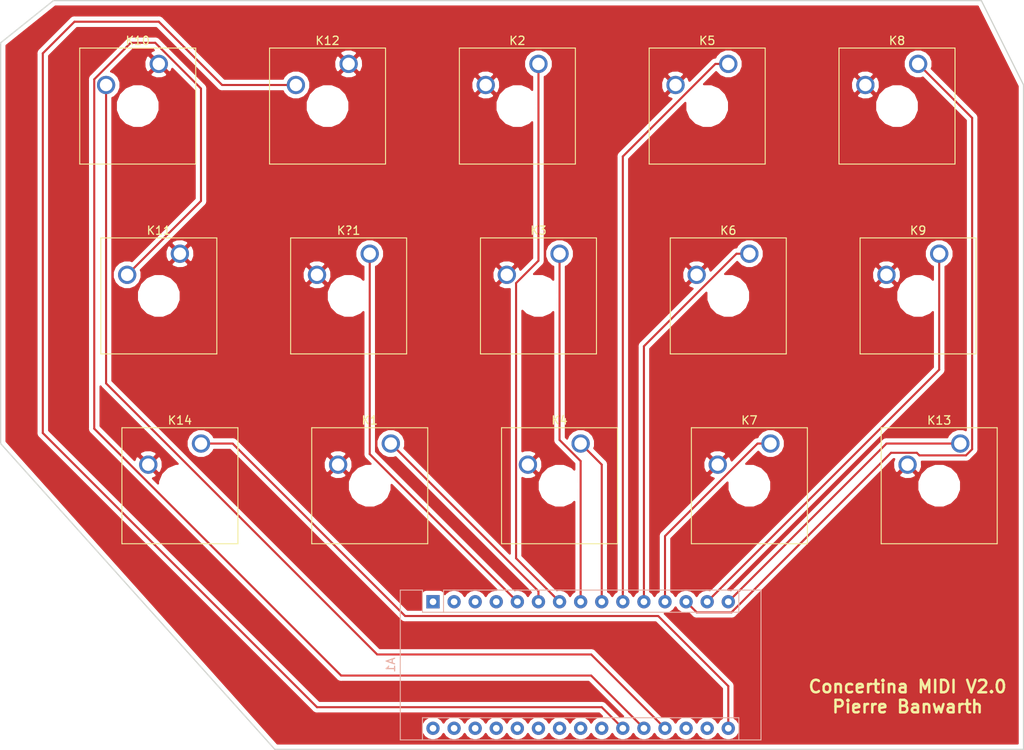
<source format=kicad_pcb>
(kicad_pcb (version 20171130) (host pcbnew 5.0.0-fee4fd1~66~ubuntu18.04.1)

  (general
    (thickness 1.6)
    (drawings 8)
    (tracks 65)
    (zones 0)
    (modules 16)
    (nets 32)
  )

  (page A4)
  (layers
    (0 F.Cu signal)
    (31 B.Cu signal)
    (32 B.Adhes user)
    (33 F.Adhes user)
    (34 B.Paste user)
    (35 F.Paste user)
    (36 B.SilkS user)
    (37 F.SilkS user)
    (38 B.Mask user)
    (39 F.Mask user)
    (40 Dwgs.User user)
    (41 Cmts.User user)
    (42 Eco1.User user)
    (43 Eco2.User user)
    (44 Edge.Cuts user)
    (45 Margin user)
    (46 B.CrtYd user)
    (47 F.CrtYd user)
    (48 B.Fab user)
    (49 F.Fab user)
  )

  (setup
    (last_trace_width 0.25)
    (trace_clearance 0.2)
    (zone_clearance 0.508)
    (zone_45_only no)
    (trace_min 0.2)
    (segment_width 0.2)
    (edge_width 0.15)
    (via_size 0.8)
    (via_drill 0.4)
    (via_min_size 0.4)
    (via_min_drill 0.3)
    (uvia_size 0.3)
    (uvia_drill 0.1)
    (uvias_allowed no)
    (uvia_min_size 0.2)
    (uvia_min_drill 0.1)
    (pcb_text_width 0.3)
    (pcb_text_size 1.5 1.5)
    (mod_edge_width 0.15)
    (mod_text_size 1 1)
    (mod_text_width 0.15)
    (pad_size 1.524 1.524)
    (pad_drill 0.762)
    (pad_to_mask_clearance 0.2)
    (aux_axis_origin 0 0)
    (visible_elements FFFFF77F)
    (pcbplotparams
      (layerselection 0x00800_7ffffffe)
      (usegerberextensions false)
      (usegerberattributes false)
      (usegerberadvancedattributes false)
      (creategerberjobfile false)
      (excludeedgelayer true)
      (linewidth 0.100000)
      (plotframeref true)
      (viasonmask true)
      (mode 1)
      (useauxorigin true)
      (hpglpennumber 1)
      (hpglpenspeed 20)
      (hpglpendiameter 15.000000)
      (psnegative false)
      (psa4output false)
      (plotreference true)
      (plotvalue true)
      (plotinvisibletext true)
      (padsonsilk false)
      (subtractmaskfromsilk false)
      (outputformat 3)
      (mirror false)
      (drillshape 2)
      (scaleselection 1)
      (outputdirectory ""))
  )

  (net 0 "")
  (net 1 GND)
  (net 2 "Net-(A1-Pad1)")
  (net 3 "Net-(A1-Pad17)")
  (net 4 "Net-(A1-Pad2)")
  (net 5 "Net-(A1-Pad18)")
  (net 6 "Net-(A1-Pad3)")
  (net 7 "Net-(A1-Pad19)")
  (net 8 "Net-(A1-Pad4)")
  (net 9 "Net-(A1-Pad20)")
  (net 10 "Net-(A1-Pad5)")
  (net 11 "Net-(A1-Pad21)")
  (net 12 "Net-(A1-Pad6)")
  (net 13 "Net-(A1-Pad22)")
  (net 14 "Net-(A1-Pad7)")
  (net 15 "Net-(A1-Pad23)")
  (net 16 "Net-(A1-Pad8)")
  (net 17 "Net-(A1-Pad24)")
  (net 18 "Net-(A1-Pad9)")
  (net 19 "Net-(A1-Pad25)")
  (net 20 "Net-(A1-Pad10)")
  (net 21 "Net-(A1-Pad26)")
  (net 22 "Net-(A1-Pad11)")
  (net 23 "Net-(A1-Pad27)")
  (net 24 "Net-(A1-Pad12)")
  (net 25 "Net-(A1-Pad28)")
  (net 26 "Net-(A1-Pad13)")
  (net 27 "Net-(A1-Pad29)")
  (net 28 "Net-(A1-Pad14)")
  (net 29 "Net-(A1-Pad30)")
  (net 30 "Net-(A1-Pad15)")
  (net 31 "Net-(A1-Pad16)")

  (net_class Default "This is the default net class."
    (clearance 0.2)
    (trace_width 0.25)
    (via_dia 0.8)
    (via_drill 0.4)
    (uvia_dia 0.3)
    (uvia_drill 0.1)
    (add_net GND)
    (add_net "Net-(A1-Pad1)")
    (add_net "Net-(A1-Pad10)")
    (add_net "Net-(A1-Pad11)")
    (add_net "Net-(A1-Pad12)")
    (add_net "Net-(A1-Pad13)")
    (add_net "Net-(A1-Pad14)")
    (add_net "Net-(A1-Pad15)")
    (add_net "Net-(A1-Pad16)")
    (add_net "Net-(A1-Pad17)")
    (add_net "Net-(A1-Pad18)")
    (add_net "Net-(A1-Pad19)")
    (add_net "Net-(A1-Pad2)")
    (add_net "Net-(A1-Pad20)")
    (add_net "Net-(A1-Pad21)")
    (add_net "Net-(A1-Pad22)")
    (add_net "Net-(A1-Pad23)")
    (add_net "Net-(A1-Pad24)")
    (add_net "Net-(A1-Pad25)")
    (add_net "Net-(A1-Pad26)")
    (add_net "Net-(A1-Pad27)")
    (add_net "Net-(A1-Pad28)")
    (add_net "Net-(A1-Pad29)")
    (add_net "Net-(A1-Pad3)")
    (add_net "Net-(A1-Pad30)")
    (add_net "Net-(A1-Pad4)")
    (add_net "Net-(A1-Pad5)")
    (add_net "Net-(A1-Pad6)")
    (add_net "Net-(A1-Pad7)")
    (add_net "Net-(A1-Pad8)")
    (add_net "Net-(A1-Pad9)")
  )

  (module Button_Switch_Keyboard:SW_Cherry_MX1A_1.00u_Plate (layer F.Cu) (tedit 5A02FE24) (tstamp 5BD8D2F9)
    (at 78.74 52.07)
    (descr "Cherry MX keyswitch, MX1A, 1.00u, plate mount, http://cherryamericas.com/wp-content/uploads/2014/12/mx_cat.pdf")
    (tags "cherry mx keyswitch MX1A 1.00u plate")
    (path /5BD9DCC4)
    (fp_text reference K?1 (at -2.54 -2.794) (layer F.SilkS)
      (effects (font (size 1 1) (thickness 0.15)))
    )
    (fp_text value KEYSW (at -2.54 12.954) (layer F.Fab)
      (effects (font (size 1 1) (thickness 0.15)))
    )
    (fp_line (start -9.525 12.065) (end -9.525 -1.905) (layer F.SilkS) (width 0.12))
    (fp_line (start 4.445 12.065) (end -9.525 12.065) (layer F.SilkS) (width 0.12))
    (fp_line (start 4.445 -1.905) (end 4.445 12.065) (layer F.SilkS) (width 0.12))
    (fp_line (start -9.525 -1.905) (end 4.445 -1.905) (layer F.SilkS) (width 0.12))
    (fp_line (start -12.065 14.605) (end -12.065 -4.445) (layer Dwgs.User) (width 0.15))
    (fp_line (start 6.985 14.605) (end -12.065 14.605) (layer Dwgs.User) (width 0.15))
    (fp_line (start 6.985 -4.445) (end 6.985 14.605) (layer Dwgs.User) (width 0.15))
    (fp_line (start -12.065 -4.445) (end 6.985 -4.445) (layer Dwgs.User) (width 0.15))
    (fp_line (start -9.14 -1.52) (end 4.06 -1.52) (layer F.CrtYd) (width 0.05))
    (fp_line (start 4.06 -1.52) (end 4.06 11.68) (layer F.CrtYd) (width 0.05))
    (fp_line (start 4.06 11.68) (end -9.14 11.68) (layer F.CrtYd) (width 0.05))
    (fp_line (start -9.14 11.68) (end -9.14 -1.52) (layer F.CrtYd) (width 0.05))
    (fp_line (start -8.89 11.43) (end -8.89 -1.27) (layer F.Fab) (width 0.15))
    (fp_line (start 3.81 11.43) (end -8.89 11.43) (layer F.Fab) (width 0.15))
    (fp_line (start 3.81 -1.27) (end 3.81 11.43) (layer F.Fab) (width 0.15))
    (fp_line (start -8.89 -1.27) (end 3.81 -1.27) (layer F.Fab) (width 0.15))
    (fp_text user %R (at -2.54 -2.794) (layer F.Fab)
      (effects (font (size 1 1) (thickness 0.15)))
    )
    (pad "" np_thru_hole circle (at -2.54 5.08) (size 4 4) (drill 4) (layers *.Cu *.Mask))
    (pad 2 thru_hole circle (at -6.35 2.54) (size 2.2 2.2) (drill 1.5) (layers *.Cu *.Mask)
      (net 1 GND))
    (pad 1 thru_hole circle (at 0 0) (size 2.2 2.2) (drill 1.5) (layers *.Cu *.Mask)
      (net 10 "Net-(A1-Pad5)"))
    (model ${KISYS3DMOD}/Button_Switch_Keyboard.3dshapes/SW_Cherry_MX1A_1.00u_Plate.wrl
      (at (xyz 0 0 0))
      (scale (xyz 1 1 1))
      (rotate (xyz 0 0 0))
    )
  )

  (module Module:Arduino_Nano (layer B.Cu) (tedit 58ACAF70) (tstamp 5BD8D191)
    (at 86.36 93.98 270)
    (descr "Arduino Nano, http://www.mouser.com/pdfdocs/Gravitech_Arduino_Nano3_0.pdf")
    (tags "Arduino Nano")
    (path /5BD9DC53)
    (fp_text reference A1 (at 7.62 5.08 270) (layer B.SilkS)
      (effects (font (size 1 1) (thickness 0.15)) (justify mirror))
    )
    (fp_text value Arduino_Nano_v3.x (at 8.89 -19.05 180) (layer B.Fab)
      (effects (font (size 1 1) (thickness 0.15)) (justify mirror))
    )
    (fp_text user %R (at 6.35 -19.05 180) (layer B.Fab)
      (effects (font (size 1 1) (thickness 0.15)) (justify mirror))
    )
    (fp_line (start 1.27 -1.27) (end 1.27 1.27) (layer B.SilkS) (width 0.12))
    (fp_line (start 1.27 1.27) (end -1.4 1.27) (layer B.SilkS) (width 0.12))
    (fp_line (start -1.4 -1.27) (end -1.4 -39.5) (layer B.SilkS) (width 0.12))
    (fp_line (start -1.4 3.94) (end -1.4 1.27) (layer B.SilkS) (width 0.12))
    (fp_line (start 13.97 1.27) (end 16.64 1.27) (layer B.SilkS) (width 0.12))
    (fp_line (start 13.97 1.27) (end 13.97 -36.83) (layer B.SilkS) (width 0.12))
    (fp_line (start 13.97 -36.83) (end 16.64 -36.83) (layer B.SilkS) (width 0.12))
    (fp_line (start 1.27 -1.27) (end -1.4 -1.27) (layer B.SilkS) (width 0.12))
    (fp_line (start 1.27 -1.27) (end 1.27 -36.83) (layer B.SilkS) (width 0.12))
    (fp_line (start 1.27 -36.83) (end -1.4 -36.83) (layer B.SilkS) (width 0.12))
    (fp_line (start 3.81 -31.75) (end 11.43 -31.75) (layer B.Fab) (width 0.1))
    (fp_line (start 11.43 -31.75) (end 11.43 -41.91) (layer B.Fab) (width 0.1))
    (fp_line (start 11.43 -41.91) (end 3.81 -41.91) (layer B.Fab) (width 0.1))
    (fp_line (start 3.81 -41.91) (end 3.81 -31.75) (layer B.Fab) (width 0.1))
    (fp_line (start -1.4 -39.5) (end 16.64 -39.5) (layer B.SilkS) (width 0.12))
    (fp_line (start 16.64 -39.5) (end 16.64 3.94) (layer B.SilkS) (width 0.12))
    (fp_line (start 16.64 3.94) (end -1.4 3.94) (layer B.SilkS) (width 0.12))
    (fp_line (start 16.51 -39.37) (end -1.27 -39.37) (layer B.Fab) (width 0.1))
    (fp_line (start -1.27 -39.37) (end -1.27 2.54) (layer B.Fab) (width 0.1))
    (fp_line (start -1.27 2.54) (end 0 3.81) (layer B.Fab) (width 0.1))
    (fp_line (start 0 3.81) (end 16.51 3.81) (layer B.Fab) (width 0.1))
    (fp_line (start 16.51 3.81) (end 16.51 -39.37) (layer B.Fab) (width 0.1))
    (fp_line (start -1.53 4.06) (end 16.75 4.06) (layer B.CrtYd) (width 0.05))
    (fp_line (start -1.53 4.06) (end -1.53 -42.16) (layer B.CrtYd) (width 0.05))
    (fp_line (start 16.75 -42.16) (end 16.75 4.06) (layer B.CrtYd) (width 0.05))
    (fp_line (start 16.75 -42.16) (end -1.53 -42.16) (layer B.CrtYd) (width 0.05))
    (pad 1 thru_hole rect (at 0 0 270) (size 1.6 1.6) (drill 0.8) (layers *.Cu *.Mask)
      (net 2 "Net-(A1-Pad1)"))
    (pad 17 thru_hole oval (at 15.24 -33.02 270) (size 1.6 1.6) (drill 0.8) (layers *.Cu *.Mask)
      (net 3 "Net-(A1-Pad17)"))
    (pad 2 thru_hole oval (at 0 -2.54 270) (size 1.6 1.6) (drill 0.8) (layers *.Cu *.Mask)
      (net 4 "Net-(A1-Pad2)"))
    (pad 18 thru_hole oval (at 15.24 -30.48 270) (size 1.6 1.6) (drill 0.8) (layers *.Cu *.Mask)
      (net 5 "Net-(A1-Pad18)"))
    (pad 3 thru_hole oval (at 0 -5.08 270) (size 1.6 1.6) (drill 0.8) (layers *.Cu *.Mask)
      (net 6 "Net-(A1-Pad3)"))
    (pad 19 thru_hole oval (at 15.24 -27.94 270) (size 1.6 1.6) (drill 0.8) (layers *.Cu *.Mask)
      (net 7 "Net-(A1-Pad19)"))
    (pad 4 thru_hole oval (at 0 -7.62 270) (size 1.6 1.6) (drill 0.8) (layers *.Cu *.Mask)
      (net 8 "Net-(A1-Pad4)"))
    (pad 20 thru_hole oval (at 15.24 -25.4 270) (size 1.6 1.6) (drill 0.8) (layers *.Cu *.Mask)
      (net 9 "Net-(A1-Pad20)"))
    (pad 5 thru_hole oval (at 0 -10.16 270) (size 1.6 1.6) (drill 0.8) (layers *.Cu *.Mask)
      (net 10 "Net-(A1-Pad5)"))
    (pad 21 thru_hole oval (at 15.24 -22.86 270) (size 1.6 1.6) (drill 0.8) (layers *.Cu *.Mask)
      (net 11 "Net-(A1-Pad21)"))
    (pad 6 thru_hole oval (at 0 -12.7 270) (size 1.6 1.6) (drill 0.8) (layers *.Cu *.Mask)
      (net 12 "Net-(A1-Pad6)"))
    (pad 22 thru_hole oval (at 15.24 -20.32 270) (size 1.6 1.6) (drill 0.8) (layers *.Cu *.Mask)
      (net 13 "Net-(A1-Pad22)"))
    (pad 7 thru_hole oval (at 0 -15.24 270) (size 1.6 1.6) (drill 0.8) (layers *.Cu *.Mask)
      (net 14 "Net-(A1-Pad7)"))
    (pad 23 thru_hole oval (at 15.24 -17.78 270) (size 1.6 1.6) (drill 0.8) (layers *.Cu *.Mask)
      (net 15 "Net-(A1-Pad23)"))
    (pad 8 thru_hole oval (at 0 -17.78 270) (size 1.6 1.6) (drill 0.8) (layers *.Cu *.Mask)
      (net 16 "Net-(A1-Pad8)"))
    (pad 24 thru_hole oval (at 15.24 -15.24 270) (size 1.6 1.6) (drill 0.8) (layers *.Cu *.Mask)
      (net 17 "Net-(A1-Pad24)"))
    (pad 9 thru_hole oval (at 0 -20.32 270) (size 1.6 1.6) (drill 0.8) (layers *.Cu *.Mask)
      (net 18 "Net-(A1-Pad9)"))
    (pad 25 thru_hole oval (at 15.24 -12.7 270) (size 1.6 1.6) (drill 0.8) (layers *.Cu *.Mask)
      (net 19 "Net-(A1-Pad25)"))
    (pad 10 thru_hole oval (at 0 -22.86 270) (size 1.6 1.6) (drill 0.8) (layers *.Cu *.Mask)
      (net 20 "Net-(A1-Pad10)"))
    (pad 26 thru_hole oval (at 15.24 -10.16 270) (size 1.6 1.6) (drill 0.8) (layers *.Cu *.Mask)
      (net 21 "Net-(A1-Pad26)"))
    (pad 11 thru_hole oval (at 0 -25.4 270) (size 1.6 1.6) (drill 0.8) (layers *.Cu *.Mask)
      (net 22 "Net-(A1-Pad11)"))
    (pad 27 thru_hole oval (at 15.24 -7.62 270) (size 1.6 1.6) (drill 0.8) (layers *.Cu *.Mask)
      (net 23 "Net-(A1-Pad27)"))
    (pad 12 thru_hole oval (at 0 -27.94 270) (size 1.6 1.6) (drill 0.8) (layers *.Cu *.Mask)
      (net 24 "Net-(A1-Pad12)"))
    (pad 28 thru_hole oval (at 15.24 -5.08 270) (size 1.6 1.6) (drill 0.8) (layers *.Cu *.Mask)
      (net 25 "Net-(A1-Pad28)"))
    (pad 13 thru_hole oval (at 0 -30.48 270) (size 1.6 1.6) (drill 0.8) (layers *.Cu *.Mask)
      (net 26 "Net-(A1-Pad13)"))
    (pad 29 thru_hole oval (at 15.24 -2.54 270) (size 1.6 1.6) (drill 0.8) (layers *.Cu *.Mask)
      (net 27 "Net-(A1-Pad29)"))
    (pad 14 thru_hole oval (at 0 -33.02 270) (size 1.6 1.6) (drill 0.8) (layers *.Cu *.Mask)
      (net 28 "Net-(A1-Pad14)"))
    (pad 30 thru_hole oval (at 15.24 0 270) (size 1.6 1.6) (drill 0.8) (layers *.Cu *.Mask)
      (net 29 "Net-(A1-Pad30)"))
    (pad 15 thru_hole oval (at 0 -35.56 270) (size 1.6 1.6) (drill 0.8) (layers *.Cu *.Mask)
      (net 30 "Net-(A1-Pad15)"))
    (pad 16 thru_hole oval (at 15.24 -35.56 270) (size 1.6 1.6) (drill 0.8) (layers *.Cu *.Mask)
      (net 31 "Net-(A1-Pad16)"))
    (model ${KISYS3DMOD}/Module.3dshapes/Arduino_Nano_WithMountingHoles.wrl
      (at (xyz 0 0 0))
      (scale (xyz 1 1 1))
      (rotate (xyz 0 0 0))
    )
  )

  (module Button_Switch_Keyboard:SW_Cherry_MX1A_1.00u_Plate (layer F.Cu) (tedit 5A02FE24) (tstamp 5BD8D1A9)
    (at 81.28 74.93)
    (descr "Cherry MX keyswitch, MX1A, 1.00u, plate mount, http://cherryamericas.com/wp-content/uploads/2014/12/mx_cat.pdf")
    (tags "cherry mx keyswitch MX1A 1.00u plate")
    (path /5BD9E4F8)
    (fp_text reference K1 (at -2.54 -2.794) (layer F.SilkS)
      (effects (font (size 1 1) (thickness 0.15)))
    )
    (fp_text value KEYSW (at -2.54 12.954) (layer F.Fab)
      (effects (font (size 1 1) (thickness 0.15)))
    )
    (fp_text user %R (at -2.54 -2.794) (layer F.Fab)
      (effects (font (size 1 1) (thickness 0.15)))
    )
    (fp_line (start -8.89 -1.27) (end 3.81 -1.27) (layer F.Fab) (width 0.15))
    (fp_line (start 3.81 -1.27) (end 3.81 11.43) (layer F.Fab) (width 0.15))
    (fp_line (start 3.81 11.43) (end -8.89 11.43) (layer F.Fab) (width 0.15))
    (fp_line (start -8.89 11.43) (end -8.89 -1.27) (layer F.Fab) (width 0.15))
    (fp_line (start -9.14 11.68) (end -9.14 -1.52) (layer F.CrtYd) (width 0.05))
    (fp_line (start 4.06 11.68) (end -9.14 11.68) (layer F.CrtYd) (width 0.05))
    (fp_line (start 4.06 -1.52) (end 4.06 11.68) (layer F.CrtYd) (width 0.05))
    (fp_line (start -9.14 -1.52) (end 4.06 -1.52) (layer F.CrtYd) (width 0.05))
    (fp_line (start -12.065 -4.445) (end 6.985 -4.445) (layer Dwgs.User) (width 0.15))
    (fp_line (start 6.985 -4.445) (end 6.985 14.605) (layer Dwgs.User) (width 0.15))
    (fp_line (start 6.985 14.605) (end -12.065 14.605) (layer Dwgs.User) (width 0.15))
    (fp_line (start -12.065 14.605) (end -12.065 -4.445) (layer Dwgs.User) (width 0.15))
    (fp_line (start -9.525 -1.905) (end 4.445 -1.905) (layer F.SilkS) (width 0.12))
    (fp_line (start 4.445 -1.905) (end 4.445 12.065) (layer F.SilkS) (width 0.12))
    (fp_line (start 4.445 12.065) (end -9.525 12.065) (layer F.SilkS) (width 0.12))
    (fp_line (start -9.525 12.065) (end -9.525 -1.905) (layer F.SilkS) (width 0.12))
    (pad 1 thru_hole circle (at 0 0) (size 2.2 2.2) (drill 1.5) (layers *.Cu *.Mask)
      (net 12 "Net-(A1-Pad6)"))
    (pad 2 thru_hole circle (at -6.35 2.54) (size 2.2 2.2) (drill 1.5) (layers *.Cu *.Mask)
      (net 1 GND))
    (pad "" np_thru_hole circle (at -2.54 5.08) (size 4 4) (drill 4) (layers *.Cu *.Mask))
    (model ${KISYS3DMOD}/Button_Switch_Keyboard.3dshapes/SW_Cherry_MX1A_1.00u_Plate.wrl
      (at (xyz 0 0 0))
      (scale (xyz 1 1 1))
      (rotate (xyz 0 0 0))
    )
  )

  (module Button_Switch_Keyboard:SW_Cherry_MX1A_1.00u_Plate (layer F.Cu) (tedit 5A02FE24) (tstamp 5BD8D1C1)
    (at 99.06 29.21)
    (descr "Cherry MX keyswitch, MX1A, 1.00u, plate mount, http://cherryamericas.com/wp-content/uploads/2014/12/mx_cat.pdf")
    (tags "cherry mx keyswitch MX1A 1.00u plate")
    (path /5BD9E528)
    (fp_text reference K2 (at -2.54 -2.794) (layer F.SilkS)
      (effects (font (size 1 1) (thickness 0.15)))
    )
    (fp_text value KEYSW (at -2.54 12.954) (layer F.Fab)
      (effects (font (size 1 1) (thickness 0.15)))
    )
    (fp_line (start -9.525 12.065) (end -9.525 -1.905) (layer F.SilkS) (width 0.12))
    (fp_line (start 4.445 12.065) (end -9.525 12.065) (layer F.SilkS) (width 0.12))
    (fp_line (start 4.445 -1.905) (end 4.445 12.065) (layer F.SilkS) (width 0.12))
    (fp_line (start -9.525 -1.905) (end 4.445 -1.905) (layer F.SilkS) (width 0.12))
    (fp_line (start -12.065 14.605) (end -12.065 -4.445) (layer Dwgs.User) (width 0.15))
    (fp_line (start 6.985 14.605) (end -12.065 14.605) (layer Dwgs.User) (width 0.15))
    (fp_line (start 6.985 -4.445) (end 6.985 14.605) (layer Dwgs.User) (width 0.15))
    (fp_line (start -12.065 -4.445) (end 6.985 -4.445) (layer Dwgs.User) (width 0.15))
    (fp_line (start -9.14 -1.52) (end 4.06 -1.52) (layer F.CrtYd) (width 0.05))
    (fp_line (start 4.06 -1.52) (end 4.06 11.68) (layer F.CrtYd) (width 0.05))
    (fp_line (start 4.06 11.68) (end -9.14 11.68) (layer F.CrtYd) (width 0.05))
    (fp_line (start -9.14 11.68) (end -9.14 -1.52) (layer F.CrtYd) (width 0.05))
    (fp_line (start -8.89 11.43) (end -8.89 -1.27) (layer F.Fab) (width 0.15))
    (fp_line (start 3.81 11.43) (end -8.89 11.43) (layer F.Fab) (width 0.15))
    (fp_line (start 3.81 -1.27) (end 3.81 11.43) (layer F.Fab) (width 0.15))
    (fp_line (start -8.89 -1.27) (end 3.81 -1.27) (layer F.Fab) (width 0.15))
    (fp_text user %R (at -2.54 -2.794) (layer F.Fab)
      (effects (font (size 1 1) (thickness 0.15)))
    )
    (pad "" np_thru_hole circle (at -2.54 5.08) (size 4 4) (drill 4) (layers *.Cu *.Mask))
    (pad 2 thru_hole circle (at -6.35 2.54) (size 2.2 2.2) (drill 1.5) (layers *.Cu *.Mask)
      (net 1 GND))
    (pad 1 thru_hole circle (at 0 0) (size 2.2 2.2) (drill 1.5) (layers *.Cu *.Mask)
      (net 14 "Net-(A1-Pad7)"))
    (model ${KISYS3DMOD}/Button_Switch_Keyboard.3dshapes/SW_Cherry_MX1A_1.00u_Plate.wrl
      (at (xyz 0 0 0))
      (scale (xyz 1 1 1))
      (rotate (xyz 0 0 0))
    )
  )

  (module Button_Switch_Keyboard:SW_Cherry_MX1A_1.00u_Plate (layer F.Cu) (tedit 5A02FE24) (tstamp 5BD8D1D9)
    (at 101.6 52.07)
    (descr "Cherry MX keyswitch, MX1A, 1.00u, plate mount, http://cherryamericas.com/wp-content/uploads/2014/12/mx_cat.pdf")
    (tags "cherry mx keyswitch MX1A 1.00u plate")
    (path /5BD9E553)
    (fp_text reference K3 (at -2.54 -2.794) (layer F.SilkS)
      (effects (font (size 1 1) (thickness 0.15)))
    )
    (fp_text value KEYSW (at -1.27 12.7) (layer F.Fab)
      (effects (font (size 1 1) (thickness 0.15)))
    )
    (fp_line (start -9.525 12.065) (end -9.525 -1.905) (layer F.SilkS) (width 0.12))
    (fp_line (start 4.445 12.065) (end -9.525 12.065) (layer F.SilkS) (width 0.12))
    (fp_line (start 4.445 -1.905) (end 4.445 12.065) (layer F.SilkS) (width 0.12))
    (fp_line (start -9.525 -1.905) (end 4.445 -1.905) (layer F.SilkS) (width 0.12))
    (fp_line (start -12.065 14.605) (end -12.065 -4.445) (layer Dwgs.User) (width 0.15))
    (fp_line (start 6.985 14.605) (end -12.065 14.605) (layer Dwgs.User) (width 0.15))
    (fp_line (start 6.985 -4.445) (end 6.985 14.605) (layer Dwgs.User) (width 0.15))
    (fp_line (start -12.065 -4.445) (end 6.985 -4.445) (layer Dwgs.User) (width 0.15))
    (fp_line (start -9.14 -1.52) (end 4.06 -1.52) (layer F.CrtYd) (width 0.05))
    (fp_line (start 4.06 -1.52) (end 4.06 11.68) (layer F.CrtYd) (width 0.05))
    (fp_line (start 4.06 11.68) (end -9.14 11.68) (layer F.CrtYd) (width 0.05))
    (fp_line (start -9.14 11.68) (end -9.14 -1.52) (layer F.CrtYd) (width 0.05))
    (fp_line (start -8.89 11.43) (end -8.89 -1.27) (layer F.Fab) (width 0.15))
    (fp_line (start 3.81 11.43) (end -8.89 11.43) (layer F.Fab) (width 0.15))
    (fp_line (start 3.81 -1.27) (end 3.81 11.43) (layer F.Fab) (width 0.15))
    (fp_line (start -8.89 -1.27) (end 3.81 -1.27) (layer F.Fab) (width 0.15))
    (fp_text user %R (at -2.54 -2.794) (layer F.Fab)
      (effects (font (size 1 1) (thickness 0.15)))
    )
    (pad "" np_thru_hole circle (at -2.54 5.08) (size 4 4) (drill 4) (layers *.Cu *.Mask))
    (pad 2 thru_hole circle (at -6.35 2.54) (size 2.2 2.2) (drill 1.5) (layers *.Cu *.Mask)
      (net 1 GND))
    (pad 1 thru_hole circle (at 0 0) (size 2.2 2.2) (drill 1.5) (layers *.Cu *.Mask)
      (net 16 "Net-(A1-Pad8)"))
    (model ${KISYS3DMOD}/Button_Switch_Keyboard.3dshapes/SW_Cherry_MX1A_1.00u_Plate.wrl
      (at (xyz 0 0 0))
      (scale (xyz 1 1 1))
      (rotate (xyz 0 0 0))
    )
  )

  (module Button_Switch_Keyboard:SW_Cherry_MX1A_1.00u_Plate (layer F.Cu) (tedit 5A02FE24) (tstamp 5BD8D1F1)
    (at 104.14 74.93)
    (descr "Cherry MX keyswitch, MX1A, 1.00u, plate mount, http://cherryamericas.com/wp-content/uploads/2014/12/mx_cat.pdf")
    (tags "cherry mx keyswitch MX1A 1.00u plate")
    (path /5BD9E57A)
    (fp_text reference K4 (at -2.54 -2.794) (layer F.SilkS)
      (effects (font (size 1 1) (thickness 0.15)))
    )
    (fp_text value KEYSW (at -2.54 12.954) (layer F.Fab)
      (effects (font (size 1 1) (thickness 0.15)))
    )
    (fp_text user %R (at -2.54 -2.794) (layer F.Fab)
      (effects (font (size 1 1) (thickness 0.15)))
    )
    (fp_line (start -8.89 -1.27) (end 3.81 -1.27) (layer F.Fab) (width 0.15))
    (fp_line (start 3.81 -1.27) (end 3.81 11.43) (layer F.Fab) (width 0.15))
    (fp_line (start 3.81 11.43) (end -8.89 11.43) (layer F.Fab) (width 0.15))
    (fp_line (start -8.89 11.43) (end -8.89 -1.27) (layer F.Fab) (width 0.15))
    (fp_line (start -9.14 11.68) (end -9.14 -1.52) (layer F.CrtYd) (width 0.05))
    (fp_line (start 4.06 11.68) (end -9.14 11.68) (layer F.CrtYd) (width 0.05))
    (fp_line (start 4.06 -1.52) (end 4.06 11.68) (layer F.CrtYd) (width 0.05))
    (fp_line (start -9.14 -1.52) (end 4.06 -1.52) (layer F.CrtYd) (width 0.05))
    (fp_line (start -12.065 -4.445) (end 6.985 -4.445) (layer Dwgs.User) (width 0.15))
    (fp_line (start 6.985 -4.445) (end 6.985 14.605) (layer Dwgs.User) (width 0.15))
    (fp_line (start 6.985 14.605) (end -12.065 14.605) (layer Dwgs.User) (width 0.15))
    (fp_line (start -12.065 14.605) (end -12.065 -4.445) (layer Dwgs.User) (width 0.15))
    (fp_line (start -9.525 -1.905) (end 4.445 -1.905) (layer F.SilkS) (width 0.12))
    (fp_line (start 4.445 -1.905) (end 4.445 12.065) (layer F.SilkS) (width 0.12))
    (fp_line (start 4.445 12.065) (end -9.525 12.065) (layer F.SilkS) (width 0.12))
    (fp_line (start -9.525 12.065) (end -9.525 -1.905) (layer F.SilkS) (width 0.12))
    (pad 1 thru_hole circle (at 0 0) (size 2.2 2.2) (drill 1.5) (layers *.Cu *.Mask)
      (net 18 "Net-(A1-Pad9)"))
    (pad 2 thru_hole circle (at -6.35 2.54) (size 2.2 2.2) (drill 1.5) (layers *.Cu *.Mask)
      (net 1 GND))
    (pad "" np_thru_hole circle (at -2.54 5.08) (size 4 4) (drill 4) (layers *.Cu *.Mask))
    (model ${KISYS3DMOD}/Button_Switch_Keyboard.3dshapes/SW_Cherry_MX1A_1.00u_Plate.wrl
      (at (xyz 0 0 0))
      (scale (xyz 1 1 1))
      (rotate (xyz 0 0 0))
    )
  )

  (module Button_Switch_Keyboard:SW_Cherry_MX1A_1.00u_Plate (layer F.Cu) (tedit 5A02FE24) (tstamp 5BD8D209)
    (at 121.92 29.21)
    (descr "Cherry MX keyswitch, MX1A, 1.00u, plate mount, http://cherryamericas.com/wp-content/uploads/2014/12/mx_cat.pdf")
    (tags "cherry mx keyswitch MX1A 1.00u plate")
    (path /5BD9E6B1)
    (fp_text reference K5 (at -2.54 -2.794) (layer F.SilkS)
      (effects (font (size 1 1) (thickness 0.15)))
    )
    (fp_text value KEYSW (at -2.54 12.954) (layer F.Fab)
      (effects (font (size 1 1) (thickness 0.15)))
    )
    (fp_text user %R (at -2.54 -2.794) (layer F.Fab)
      (effects (font (size 1 1) (thickness 0.15)))
    )
    (fp_line (start -8.89 -1.27) (end 3.81 -1.27) (layer F.Fab) (width 0.15))
    (fp_line (start 3.81 -1.27) (end 3.81 11.43) (layer F.Fab) (width 0.15))
    (fp_line (start 3.81 11.43) (end -8.89 11.43) (layer F.Fab) (width 0.15))
    (fp_line (start -8.89 11.43) (end -8.89 -1.27) (layer F.Fab) (width 0.15))
    (fp_line (start -9.14 11.68) (end -9.14 -1.52) (layer F.CrtYd) (width 0.05))
    (fp_line (start 4.06 11.68) (end -9.14 11.68) (layer F.CrtYd) (width 0.05))
    (fp_line (start 4.06 -1.52) (end 4.06 11.68) (layer F.CrtYd) (width 0.05))
    (fp_line (start -9.14 -1.52) (end 4.06 -1.52) (layer F.CrtYd) (width 0.05))
    (fp_line (start -12.065 -4.445) (end 6.985 -4.445) (layer Dwgs.User) (width 0.15))
    (fp_line (start 6.985 -4.445) (end 6.985 14.605) (layer Dwgs.User) (width 0.15))
    (fp_line (start 6.985 14.605) (end -12.065 14.605) (layer Dwgs.User) (width 0.15))
    (fp_line (start -12.065 14.605) (end -12.065 -4.445) (layer Dwgs.User) (width 0.15))
    (fp_line (start -9.525 -1.905) (end 4.445 -1.905) (layer F.SilkS) (width 0.12))
    (fp_line (start 4.445 -1.905) (end 4.445 12.065) (layer F.SilkS) (width 0.12))
    (fp_line (start 4.445 12.065) (end -9.525 12.065) (layer F.SilkS) (width 0.12))
    (fp_line (start -9.525 12.065) (end -9.525 -1.905) (layer F.SilkS) (width 0.12))
    (pad 1 thru_hole circle (at 0 0) (size 2.2 2.2) (drill 1.5) (layers *.Cu *.Mask)
      (net 20 "Net-(A1-Pad10)"))
    (pad 2 thru_hole circle (at -6.35 2.54) (size 2.2 2.2) (drill 1.5) (layers *.Cu *.Mask)
      (net 1 GND))
    (pad "" np_thru_hole circle (at -2.54 5.08) (size 4 4) (drill 4) (layers *.Cu *.Mask))
    (model ${KISYS3DMOD}/Button_Switch_Keyboard.3dshapes/SW_Cherry_MX1A_1.00u_Plate.wrl
      (at (xyz 0 0 0))
      (scale (xyz 1 1 1))
      (rotate (xyz 0 0 0))
    )
  )

  (module Button_Switch_Keyboard:SW_Cherry_MX1A_1.00u_Plate (layer F.Cu) (tedit 5A02FE24) (tstamp 5BD8D221)
    (at 124.46 52.07)
    (descr "Cherry MX keyswitch, MX1A, 1.00u, plate mount, http://cherryamericas.com/wp-content/uploads/2014/12/mx_cat.pdf")
    (tags "cherry mx keyswitch MX1A 1.00u plate")
    (path /5BD9E6BE)
    (fp_text reference K6 (at -2.54 -2.794) (layer F.SilkS)
      (effects (font (size 1 1) (thickness 0.15)))
    )
    (fp_text value KEYSW (at -2.54 12.954) (layer F.Fab)
      (effects (font (size 1 1) (thickness 0.15)))
    )
    (fp_line (start -9.525 12.065) (end -9.525 -1.905) (layer F.SilkS) (width 0.12))
    (fp_line (start 4.445 12.065) (end -9.525 12.065) (layer F.SilkS) (width 0.12))
    (fp_line (start 4.445 -1.905) (end 4.445 12.065) (layer F.SilkS) (width 0.12))
    (fp_line (start -9.525 -1.905) (end 4.445 -1.905) (layer F.SilkS) (width 0.12))
    (fp_line (start -12.065 14.605) (end -12.065 -4.445) (layer Dwgs.User) (width 0.15))
    (fp_line (start 6.985 14.605) (end -12.065 14.605) (layer Dwgs.User) (width 0.15))
    (fp_line (start 6.985 -4.445) (end 6.985 14.605) (layer Dwgs.User) (width 0.15))
    (fp_line (start -12.065 -4.445) (end 6.985 -4.445) (layer Dwgs.User) (width 0.15))
    (fp_line (start -9.14 -1.52) (end 4.06 -1.52) (layer F.CrtYd) (width 0.05))
    (fp_line (start 4.06 -1.52) (end 4.06 11.68) (layer F.CrtYd) (width 0.05))
    (fp_line (start 4.06 11.68) (end -9.14 11.68) (layer F.CrtYd) (width 0.05))
    (fp_line (start -9.14 11.68) (end -9.14 -1.52) (layer F.CrtYd) (width 0.05))
    (fp_line (start -8.89 11.43) (end -8.89 -1.27) (layer F.Fab) (width 0.15))
    (fp_line (start 3.81 11.43) (end -8.89 11.43) (layer F.Fab) (width 0.15))
    (fp_line (start 3.81 -1.27) (end 3.81 11.43) (layer F.Fab) (width 0.15))
    (fp_line (start -8.89 -1.27) (end 3.81 -1.27) (layer F.Fab) (width 0.15))
    (fp_text user %R (at -2.54 -2.794) (layer F.Fab)
      (effects (font (size 1 1) (thickness 0.15)))
    )
    (pad "" np_thru_hole circle (at -2.54 5.08) (size 4 4) (drill 4) (layers *.Cu *.Mask))
    (pad 2 thru_hole circle (at -6.35 2.54) (size 2.2 2.2) (drill 1.5) (layers *.Cu *.Mask)
      (net 1 GND))
    (pad 1 thru_hole circle (at 0 0) (size 2.2 2.2) (drill 1.5) (layers *.Cu *.Mask)
      (net 22 "Net-(A1-Pad11)"))
    (model ${KISYS3DMOD}/Button_Switch_Keyboard.3dshapes/SW_Cherry_MX1A_1.00u_Plate.wrl
      (at (xyz 0 0 0))
      (scale (xyz 1 1 1))
      (rotate (xyz 0 0 0))
    )
  )

  (module Button_Switch_Keyboard:SW_Cherry_MX1A_1.00u_Plate (layer F.Cu) (tedit 5A02FE24) (tstamp 5BD8D239)
    (at 127 74.93)
    (descr "Cherry MX keyswitch, MX1A, 1.00u, plate mount, http://cherryamericas.com/wp-content/uploads/2014/12/mx_cat.pdf")
    (tags "cherry mx keyswitch MX1A 1.00u plate")
    (path /5BD9E6CB)
    (fp_text reference K7 (at -2.54 -2.794) (layer F.SilkS)
      (effects (font (size 1 1) (thickness 0.15)))
    )
    (fp_text value KEYSW (at -2.54 12.954) (layer F.Fab)
      (effects (font (size 1 1) (thickness 0.15)))
    )
    (fp_line (start -9.525 12.065) (end -9.525 -1.905) (layer F.SilkS) (width 0.12))
    (fp_line (start 4.445 12.065) (end -9.525 12.065) (layer F.SilkS) (width 0.12))
    (fp_line (start 4.445 -1.905) (end 4.445 12.065) (layer F.SilkS) (width 0.12))
    (fp_line (start -9.525 -1.905) (end 4.445 -1.905) (layer F.SilkS) (width 0.12))
    (fp_line (start -12.065 14.605) (end -12.065 -4.445) (layer Dwgs.User) (width 0.15))
    (fp_line (start 6.985 14.605) (end -12.065 14.605) (layer Dwgs.User) (width 0.15))
    (fp_line (start 6.985 -4.445) (end 6.985 14.605) (layer Dwgs.User) (width 0.15))
    (fp_line (start -12.065 -4.445) (end 6.985 -4.445) (layer Dwgs.User) (width 0.15))
    (fp_line (start -9.14 -1.52) (end 4.06 -1.52) (layer F.CrtYd) (width 0.05))
    (fp_line (start 4.06 -1.52) (end 4.06 11.68) (layer F.CrtYd) (width 0.05))
    (fp_line (start 4.06 11.68) (end -9.14 11.68) (layer F.CrtYd) (width 0.05))
    (fp_line (start -9.14 11.68) (end -9.14 -1.52) (layer F.CrtYd) (width 0.05))
    (fp_line (start -8.89 11.43) (end -8.89 -1.27) (layer F.Fab) (width 0.15))
    (fp_line (start 3.81 11.43) (end -8.89 11.43) (layer F.Fab) (width 0.15))
    (fp_line (start 3.81 -1.27) (end 3.81 11.43) (layer F.Fab) (width 0.15))
    (fp_line (start -8.89 -1.27) (end 3.81 -1.27) (layer F.Fab) (width 0.15))
    (fp_text user %R (at -2.54 -2.794) (layer F.Fab)
      (effects (font (size 1 1) (thickness 0.15)))
    )
    (pad "" np_thru_hole circle (at -2.54 5.08) (size 4 4) (drill 4) (layers *.Cu *.Mask))
    (pad 2 thru_hole circle (at -6.35 2.54) (size 2.2 2.2) (drill 1.5) (layers *.Cu *.Mask)
      (net 1 GND))
    (pad 1 thru_hole circle (at 0 0) (size 2.2 2.2) (drill 1.5) (layers *.Cu *.Mask)
      (net 24 "Net-(A1-Pad12)"))
    (model ${KISYS3DMOD}/Button_Switch_Keyboard.3dshapes/SW_Cherry_MX1A_1.00u_Plate.wrl
      (at (xyz 0 0 0))
      (scale (xyz 1 1 1))
      (rotate (xyz 0 0 0))
    )
  )

  (module Button_Switch_Keyboard:SW_Cherry_MX1A_1.00u_Plate (layer F.Cu) (tedit 5A02FE24) (tstamp 5BD8D251)
    (at 144.78 29.21)
    (descr "Cherry MX keyswitch, MX1A, 1.00u, plate mount, http://cherryamericas.com/wp-content/uploads/2014/12/mx_cat.pdf")
    (tags "cherry mx keyswitch MX1A 1.00u plate")
    (path /5BD9E6D8)
    (fp_text reference K8 (at -2.54 -2.794) (layer F.SilkS)
      (effects (font (size 1 1) (thickness 0.15)))
    )
    (fp_text value KEYSW (at -2.54 12.954) (layer F.Fab)
      (effects (font (size 1 1) (thickness 0.15)))
    )
    (fp_line (start -9.525 12.065) (end -9.525 -1.905) (layer F.SilkS) (width 0.12))
    (fp_line (start 4.445 12.065) (end -9.525 12.065) (layer F.SilkS) (width 0.12))
    (fp_line (start 4.445 -1.905) (end 4.445 12.065) (layer F.SilkS) (width 0.12))
    (fp_line (start -9.525 -1.905) (end 4.445 -1.905) (layer F.SilkS) (width 0.12))
    (fp_line (start -12.065 14.605) (end -12.065 -4.445) (layer Dwgs.User) (width 0.15))
    (fp_line (start 6.985 14.605) (end -12.065 14.605) (layer Dwgs.User) (width 0.15))
    (fp_line (start 6.985 -4.445) (end 6.985 14.605) (layer Dwgs.User) (width 0.15))
    (fp_line (start -12.065 -4.445) (end 6.985 -4.445) (layer Dwgs.User) (width 0.15))
    (fp_line (start -9.14 -1.52) (end 4.06 -1.52) (layer F.CrtYd) (width 0.05))
    (fp_line (start 4.06 -1.52) (end 4.06 11.68) (layer F.CrtYd) (width 0.05))
    (fp_line (start 4.06 11.68) (end -9.14 11.68) (layer F.CrtYd) (width 0.05))
    (fp_line (start -9.14 11.68) (end -9.14 -1.52) (layer F.CrtYd) (width 0.05))
    (fp_line (start -8.89 11.43) (end -8.89 -1.27) (layer F.Fab) (width 0.15))
    (fp_line (start 3.81 11.43) (end -8.89 11.43) (layer F.Fab) (width 0.15))
    (fp_line (start 3.81 -1.27) (end 3.81 11.43) (layer F.Fab) (width 0.15))
    (fp_line (start -8.89 -1.27) (end 3.81 -1.27) (layer F.Fab) (width 0.15))
    (fp_text user %R (at -2.54 -2.794) (layer F.Fab)
      (effects (font (size 1 1) (thickness 0.15)))
    )
    (pad "" np_thru_hole circle (at -2.54 5.08) (size 4 4) (drill 4) (layers *.Cu *.Mask))
    (pad 2 thru_hole circle (at -6.35 2.54) (size 2.2 2.2) (drill 1.5) (layers *.Cu *.Mask)
      (net 1 GND))
    (pad 1 thru_hole circle (at 0 0) (size 2.2 2.2) (drill 1.5) (layers *.Cu *.Mask)
      (net 26 "Net-(A1-Pad13)"))
    (model ${KISYS3DMOD}/Button_Switch_Keyboard.3dshapes/SW_Cherry_MX1A_1.00u_Plate.wrl
      (at (xyz 0 0 0))
      (scale (xyz 1 1 1))
      (rotate (xyz 0 0 0))
    )
  )

  (module Button_Switch_Keyboard:SW_Cherry_MX1A_1.00u_Plate (layer F.Cu) (tedit 5A02FE24) (tstamp 5BD8D269)
    (at 147.32 52.07)
    (descr "Cherry MX keyswitch, MX1A, 1.00u, plate mount, http://cherryamericas.com/wp-content/uploads/2014/12/mx_cat.pdf")
    (tags "cherry mx keyswitch MX1A 1.00u plate")
    (path /5BD9E6E5)
    (fp_text reference K9 (at -2.54 -2.794) (layer F.SilkS)
      (effects (font (size 1 1) (thickness 0.15)))
    )
    (fp_text value KEYSW (at -2.54 12.954) (layer F.Fab)
      (effects (font (size 1 1) (thickness 0.15)))
    )
    (fp_text user %R (at -2.54 -2.794) (layer F.Fab)
      (effects (font (size 1 1) (thickness 0.15)))
    )
    (fp_line (start -8.89 -1.27) (end 3.81 -1.27) (layer F.Fab) (width 0.15))
    (fp_line (start 3.81 -1.27) (end 3.81 11.43) (layer F.Fab) (width 0.15))
    (fp_line (start 3.81 11.43) (end -8.89 11.43) (layer F.Fab) (width 0.15))
    (fp_line (start -8.89 11.43) (end -8.89 -1.27) (layer F.Fab) (width 0.15))
    (fp_line (start -9.14 11.68) (end -9.14 -1.52) (layer F.CrtYd) (width 0.05))
    (fp_line (start 4.06 11.68) (end -9.14 11.68) (layer F.CrtYd) (width 0.05))
    (fp_line (start 4.06 -1.52) (end 4.06 11.68) (layer F.CrtYd) (width 0.05))
    (fp_line (start -9.14 -1.52) (end 4.06 -1.52) (layer F.CrtYd) (width 0.05))
    (fp_line (start -12.065 -4.445) (end 6.985 -4.445) (layer Dwgs.User) (width 0.15))
    (fp_line (start 6.985 -4.445) (end 6.985 14.605) (layer Dwgs.User) (width 0.15))
    (fp_line (start 6.985 14.605) (end -12.065 14.605) (layer Dwgs.User) (width 0.15))
    (fp_line (start -12.065 14.605) (end -12.065 -4.445) (layer Dwgs.User) (width 0.15))
    (fp_line (start -9.525 -1.905) (end 4.445 -1.905) (layer F.SilkS) (width 0.12))
    (fp_line (start 4.445 -1.905) (end 4.445 12.065) (layer F.SilkS) (width 0.12))
    (fp_line (start 4.445 12.065) (end -9.525 12.065) (layer F.SilkS) (width 0.12))
    (fp_line (start -9.525 12.065) (end -9.525 -1.905) (layer F.SilkS) (width 0.12))
    (pad 1 thru_hole circle (at 0 0) (size 2.2 2.2) (drill 1.5) (layers *.Cu *.Mask)
      (net 28 "Net-(A1-Pad14)"))
    (pad 2 thru_hole circle (at -6.35 2.54) (size 2.2 2.2) (drill 1.5) (layers *.Cu *.Mask)
      (net 1 GND))
    (pad "" np_thru_hole circle (at -2.54 5.08) (size 4 4) (drill 4) (layers *.Cu *.Mask))
    (model ${KISYS3DMOD}/Button_Switch_Keyboard.3dshapes/SW_Cherry_MX1A_1.00u_Plate.wrl
      (at (xyz 0 0 0))
      (scale (xyz 1 1 1))
      (rotate (xyz 0 0 0))
    )
  )

  (module Button_Switch_Keyboard:SW_Cherry_MX1A_1.00u_Plate (layer F.Cu) (tedit 5A02FE24) (tstamp 5BD8D281)
    (at 53.34 29.21)
    (descr "Cherry MX keyswitch, MX1A, 1.00u, plate mount, http://cherryamericas.com/wp-content/uploads/2014/12/mx_cat.pdf")
    (tags "cherry mx keyswitch MX1A 1.00u plate")
    (path /5BD9E7EE)
    (fp_text reference K10 (at -2.54 -2.794) (layer F.SilkS)
      (effects (font (size 1 1) (thickness 0.15)))
    )
    (fp_text value KEYSW (at -2.54 12.954) (layer F.Fab)
      (effects (font (size 1 1) (thickness 0.15)))
    )
    (fp_line (start -9.525 12.065) (end -9.525 -1.905) (layer F.SilkS) (width 0.12))
    (fp_line (start 4.445 12.065) (end -9.525 12.065) (layer F.SilkS) (width 0.12))
    (fp_line (start 4.445 -1.905) (end 4.445 12.065) (layer F.SilkS) (width 0.12))
    (fp_line (start -9.525 -1.905) (end 4.445 -1.905) (layer F.SilkS) (width 0.12))
    (fp_line (start -12.065 14.605) (end -12.065 -4.445) (layer Dwgs.User) (width 0.15))
    (fp_line (start 6.985 14.605) (end -12.065 14.605) (layer Dwgs.User) (width 0.15))
    (fp_line (start 6.985 -4.445) (end 6.985 14.605) (layer Dwgs.User) (width 0.15))
    (fp_line (start -12.065 -4.445) (end 6.985 -4.445) (layer Dwgs.User) (width 0.15))
    (fp_line (start -9.14 -1.52) (end 4.06 -1.52) (layer F.CrtYd) (width 0.05))
    (fp_line (start 4.06 -1.52) (end 4.06 11.68) (layer F.CrtYd) (width 0.05))
    (fp_line (start 4.06 11.68) (end -9.14 11.68) (layer F.CrtYd) (width 0.05))
    (fp_line (start -9.14 11.68) (end -9.14 -1.52) (layer F.CrtYd) (width 0.05))
    (fp_line (start -8.89 11.43) (end -8.89 -1.27) (layer F.Fab) (width 0.15))
    (fp_line (start 3.81 11.43) (end -8.89 11.43) (layer F.Fab) (width 0.15))
    (fp_line (start 3.81 -1.27) (end 3.81 11.43) (layer F.Fab) (width 0.15))
    (fp_line (start -8.89 -1.27) (end 3.81 -1.27) (layer F.Fab) (width 0.15))
    (fp_text user %R (at -2.54 -2.794) (layer F.Fab)
      (effects (font (size 1 1) (thickness 0.15)))
    )
    (pad "" np_thru_hole circle (at -2.54 5.08) (size 4 4) (drill 4) (layers *.Cu *.Mask))
    (pad 2 thru_hole circle (at -6.35 2.54) (size 2.2 2.2) (drill 1.5) (layers *.Cu *.Mask)
      (net 7 "Net-(A1-Pad19)"))
    (pad 1 thru_hole circle (at 0 0) (size 2.2 2.2) (drill 1.5) (layers *.Cu *.Mask)
      (net 1 GND))
    (model ${KISYS3DMOD}/Button_Switch_Keyboard.3dshapes/SW_Cherry_MX1A_1.00u_Plate.wrl
      (at (xyz 0 0 0))
      (scale (xyz 1 1 1))
      (rotate (xyz 0 0 0))
    )
  )

  (module Button_Switch_Keyboard:SW_Cherry_MX1A_1.00u_Plate (layer F.Cu) (tedit 5A02FE24) (tstamp 5BD8D299)
    (at 55.88 52.07)
    (descr "Cherry MX keyswitch, MX1A, 1.00u, plate mount, http://cherryamericas.com/wp-content/uploads/2014/12/mx_cat.pdf")
    (tags "cherry mx keyswitch MX1A 1.00u plate")
    (path /5BD9E9FB)
    (fp_text reference K11 (at -2.54 -2.794) (layer F.SilkS)
      (effects (font (size 1 1) (thickness 0.15)))
    )
    (fp_text value KEYSW (at -2.54 12.954) (layer F.Fab)
      (effects (font (size 1 1) (thickness 0.15)))
    )
    (fp_text user %R (at -2.54 -2.794) (layer F.Fab)
      (effects (font (size 1 1) (thickness 0.15)))
    )
    (fp_line (start -8.89 -1.27) (end 3.81 -1.27) (layer F.Fab) (width 0.15))
    (fp_line (start 3.81 -1.27) (end 3.81 11.43) (layer F.Fab) (width 0.15))
    (fp_line (start 3.81 11.43) (end -8.89 11.43) (layer F.Fab) (width 0.15))
    (fp_line (start -8.89 11.43) (end -8.89 -1.27) (layer F.Fab) (width 0.15))
    (fp_line (start -9.14 11.68) (end -9.14 -1.52) (layer F.CrtYd) (width 0.05))
    (fp_line (start 4.06 11.68) (end -9.14 11.68) (layer F.CrtYd) (width 0.05))
    (fp_line (start 4.06 -1.52) (end 4.06 11.68) (layer F.CrtYd) (width 0.05))
    (fp_line (start -9.14 -1.52) (end 4.06 -1.52) (layer F.CrtYd) (width 0.05))
    (fp_line (start -12.065 -4.445) (end 6.985 -4.445) (layer Dwgs.User) (width 0.15))
    (fp_line (start 6.985 -4.445) (end 6.985 14.605) (layer Dwgs.User) (width 0.15))
    (fp_line (start 6.985 14.605) (end -12.065 14.605) (layer Dwgs.User) (width 0.15))
    (fp_line (start -12.065 14.605) (end -12.065 -4.445) (layer Dwgs.User) (width 0.15))
    (fp_line (start -9.525 -1.905) (end 4.445 -1.905) (layer F.SilkS) (width 0.12))
    (fp_line (start 4.445 -1.905) (end 4.445 12.065) (layer F.SilkS) (width 0.12))
    (fp_line (start 4.445 12.065) (end -9.525 12.065) (layer F.SilkS) (width 0.12))
    (fp_line (start -9.525 12.065) (end -9.525 -1.905) (layer F.SilkS) (width 0.12))
    (pad 1 thru_hole circle (at 0 0) (size 2.2 2.2) (drill 1.5) (layers *.Cu *.Mask)
      (net 1 GND))
    (pad 2 thru_hole circle (at -6.35 2.54) (size 2.2 2.2) (drill 1.5) (layers *.Cu *.Mask)
      (net 9 "Net-(A1-Pad20)"))
    (pad "" np_thru_hole circle (at -2.54 5.08) (size 4 4) (drill 4) (layers *.Cu *.Mask))
    (model ${KISYS3DMOD}/Button_Switch_Keyboard.3dshapes/SW_Cherry_MX1A_1.00u_Plate.wrl
      (at (xyz 0 0 0))
      (scale (xyz 1 1 1))
      (rotate (xyz 0 0 0))
    )
  )

  (module Button_Switch_Keyboard:SW_Cherry_MX1A_1.00u_Plate (layer F.Cu) (tedit 5A02FE24) (tstamp 5BD8D2B1)
    (at 76.2 29.21)
    (descr "Cherry MX keyswitch, MX1A, 1.00u, plate mount, http://cherryamericas.com/wp-content/uploads/2014/12/mx_cat.pdf")
    (tags "cherry mx keyswitch MX1A 1.00u plate")
    (path /5BD9EA28)
    (fp_text reference K12 (at -2.54 -2.794) (layer F.SilkS)
      (effects (font (size 1 1) (thickness 0.15)))
    )
    (fp_text value KEYSW (at -2.54 12.954) (layer F.Fab)
      (effects (font (size 1 1) (thickness 0.15)))
    )
    (fp_line (start -9.525 12.065) (end -9.525 -1.905) (layer F.SilkS) (width 0.12))
    (fp_line (start 4.445 12.065) (end -9.525 12.065) (layer F.SilkS) (width 0.12))
    (fp_line (start 4.445 -1.905) (end 4.445 12.065) (layer F.SilkS) (width 0.12))
    (fp_line (start -9.525 -1.905) (end 4.445 -1.905) (layer F.SilkS) (width 0.12))
    (fp_line (start -12.065 14.605) (end -12.065 -4.445) (layer Dwgs.User) (width 0.15))
    (fp_line (start 6.985 14.605) (end -12.065 14.605) (layer Dwgs.User) (width 0.15))
    (fp_line (start 6.985 -4.445) (end 6.985 14.605) (layer Dwgs.User) (width 0.15))
    (fp_line (start -12.065 -4.445) (end 6.985 -4.445) (layer Dwgs.User) (width 0.15))
    (fp_line (start -9.14 -1.52) (end 4.06 -1.52) (layer F.CrtYd) (width 0.05))
    (fp_line (start 4.06 -1.52) (end 4.06 11.68) (layer F.CrtYd) (width 0.05))
    (fp_line (start 4.06 11.68) (end -9.14 11.68) (layer F.CrtYd) (width 0.05))
    (fp_line (start -9.14 11.68) (end -9.14 -1.52) (layer F.CrtYd) (width 0.05))
    (fp_line (start -8.89 11.43) (end -8.89 -1.27) (layer F.Fab) (width 0.15))
    (fp_line (start 3.81 11.43) (end -8.89 11.43) (layer F.Fab) (width 0.15))
    (fp_line (start 3.81 -1.27) (end 3.81 11.43) (layer F.Fab) (width 0.15))
    (fp_line (start -8.89 -1.27) (end 3.81 -1.27) (layer F.Fab) (width 0.15))
    (fp_text user %R (at -2.54 -2.794) (layer F.Fab)
      (effects (font (size 1 1) (thickness 0.15)))
    )
    (pad "" np_thru_hole circle (at -2.54 5.08) (size 4 4) (drill 4) (layers *.Cu *.Mask))
    (pad 2 thru_hole circle (at -6.35 2.54) (size 2.2 2.2) (drill 1.5) (layers *.Cu *.Mask)
      (net 11 "Net-(A1-Pad21)"))
    (pad 1 thru_hole circle (at 0 0) (size 2.2 2.2) (drill 1.5) (layers *.Cu *.Mask)
      (net 1 GND))
    (model ${KISYS3DMOD}/Button_Switch_Keyboard.3dshapes/SW_Cherry_MX1A_1.00u_Plate.wrl
      (at (xyz 0 0 0))
      (scale (xyz 1 1 1))
      (rotate (xyz 0 0 0))
    )
  )

  (module Button_Switch_Keyboard:SW_Cherry_MX1A_1.00u_Plate (layer F.Cu) (tedit 5A02FE24) (tstamp 5BD8D2C9)
    (at 149.86 74.93)
    (descr "Cherry MX keyswitch, MX1A, 1.00u, plate mount, http://cherryamericas.com/wp-content/uploads/2014/12/mx_cat.pdf")
    (tags "cherry mx keyswitch MX1A 1.00u plate")
    (path /5BD9EA57)
    (fp_text reference K13 (at -2.54 -2.794) (layer F.SilkS)
      (effects (font (size 1 1) (thickness 0.15)))
    )
    (fp_text value KEYSW (at -2.54 12.954) (layer F.Fab)
      (effects (font (size 1 1) (thickness 0.15)))
    )
    (fp_line (start -9.525 12.065) (end -9.525 -1.905) (layer F.SilkS) (width 0.12))
    (fp_line (start 4.445 12.065) (end -9.525 12.065) (layer F.SilkS) (width 0.12))
    (fp_line (start 4.445 -1.905) (end 4.445 12.065) (layer F.SilkS) (width 0.12))
    (fp_line (start -9.525 -1.905) (end 4.445 -1.905) (layer F.SilkS) (width 0.12))
    (fp_line (start -12.065 14.605) (end -12.065 -4.445) (layer Dwgs.User) (width 0.15))
    (fp_line (start 6.985 14.605) (end -12.065 14.605) (layer Dwgs.User) (width 0.15))
    (fp_line (start 6.985 -4.445) (end 6.985 14.605) (layer Dwgs.User) (width 0.15))
    (fp_line (start -12.065 -4.445) (end 6.985 -4.445) (layer Dwgs.User) (width 0.15))
    (fp_line (start -9.14 -1.52) (end 4.06 -1.52) (layer F.CrtYd) (width 0.05))
    (fp_line (start 4.06 -1.52) (end 4.06 11.68) (layer F.CrtYd) (width 0.05))
    (fp_line (start 4.06 11.68) (end -9.14 11.68) (layer F.CrtYd) (width 0.05))
    (fp_line (start -9.14 11.68) (end -9.14 -1.52) (layer F.CrtYd) (width 0.05))
    (fp_line (start -8.89 11.43) (end -8.89 -1.27) (layer F.Fab) (width 0.15))
    (fp_line (start 3.81 11.43) (end -8.89 11.43) (layer F.Fab) (width 0.15))
    (fp_line (start 3.81 -1.27) (end 3.81 11.43) (layer F.Fab) (width 0.15))
    (fp_line (start -8.89 -1.27) (end 3.81 -1.27) (layer F.Fab) (width 0.15))
    (fp_text user %R (at -2.54 -2.794) (layer F.Fab)
      (effects (font (size 1 1) (thickness 0.15)))
    )
    (pad "" np_thru_hole circle (at -2.54 5.08) (size 4 4) (drill 4) (layers *.Cu *.Mask))
    (pad 2 thru_hole circle (at -6.35 2.54) (size 2.2 2.2) (drill 1.5) (layers *.Cu *.Mask)
      (net 1 GND))
    (pad 1 thru_hole circle (at 0 0) (size 2.2 2.2) (drill 1.5) (layers *.Cu *.Mask)
      (net 30 "Net-(A1-Pad15)"))
    (model ${KISYS3DMOD}/Button_Switch_Keyboard.3dshapes/SW_Cherry_MX1A_1.00u_Plate.wrl
      (at (xyz 0 0 0))
      (scale (xyz 1 1 1))
      (rotate (xyz 0 0 0))
    )
  )

  (module Button_Switch_Keyboard:SW_Cherry_MX1A_1.00u_Plate (layer F.Cu) (tedit 5A02FE24) (tstamp 5BD8D2E1)
    (at 58.42 74.93)
    (descr "Cherry MX keyswitch, MX1A, 1.00u, plate mount, http://cherryamericas.com/wp-content/uploads/2014/12/mx_cat.pdf")
    (tags "cherry mx keyswitch MX1A 1.00u plate")
    (path /5BD9EA8C)
    (fp_text reference K14 (at -2.54 -2.794) (layer F.SilkS)
      (effects (font (size 1 1) (thickness 0.15)))
    )
    (fp_text value KEYSW (at -2.54 12.954) (layer F.Fab)
      (effects (font (size 1 1) (thickness 0.15)))
    )
    (fp_line (start -9.525 12.065) (end -9.525 -1.905) (layer F.SilkS) (width 0.12))
    (fp_line (start 4.445 12.065) (end -9.525 12.065) (layer F.SilkS) (width 0.12))
    (fp_line (start 4.445 -1.905) (end 4.445 12.065) (layer F.SilkS) (width 0.12))
    (fp_line (start -9.525 -1.905) (end 4.445 -1.905) (layer F.SilkS) (width 0.12))
    (fp_line (start -12.065 14.605) (end -12.065 -4.445) (layer Dwgs.User) (width 0.15))
    (fp_line (start 6.985 14.605) (end -12.065 14.605) (layer Dwgs.User) (width 0.15))
    (fp_line (start 6.985 -4.445) (end 6.985 14.605) (layer Dwgs.User) (width 0.15))
    (fp_line (start -12.065 -4.445) (end 6.985 -4.445) (layer Dwgs.User) (width 0.15))
    (fp_line (start -9.14 -1.52) (end 4.06 -1.52) (layer F.CrtYd) (width 0.05))
    (fp_line (start 4.06 -1.52) (end 4.06 11.68) (layer F.CrtYd) (width 0.05))
    (fp_line (start 4.06 11.68) (end -9.14 11.68) (layer F.CrtYd) (width 0.05))
    (fp_line (start -9.14 11.68) (end -9.14 -1.52) (layer F.CrtYd) (width 0.05))
    (fp_line (start -8.89 11.43) (end -8.89 -1.27) (layer F.Fab) (width 0.15))
    (fp_line (start 3.81 11.43) (end -8.89 11.43) (layer F.Fab) (width 0.15))
    (fp_line (start 3.81 -1.27) (end 3.81 11.43) (layer F.Fab) (width 0.15))
    (fp_line (start -8.89 -1.27) (end 3.81 -1.27) (layer F.Fab) (width 0.15))
    (fp_text user %R (at -2.54 -2.794) (layer F.Fab)
      (effects (font (size 1 1) (thickness 0.15)))
    )
    (pad "" np_thru_hole circle (at -2.54 5.08) (size 4 4) (drill 4) (layers *.Cu *.Mask))
    (pad 2 thru_hole circle (at -6.35 2.54) (size 2.2 2.2) (drill 1.5) (layers *.Cu *.Mask)
      (net 1 GND))
    (pad 1 thru_hole circle (at 0 0) (size 2.2 2.2) (drill 1.5) (layers *.Cu *.Mask)
      (net 31 "Net-(A1-Pad16)"))
    (model ${KISYS3DMOD}/Button_Switch_Keyboard.3dshapes/SW_Cherry_MX1A_1.00u_Plate.wrl
      (at (xyz 0 0 0))
      (scale (xyz 1 1 1))
      (rotate (xyz 0 0 0))
    )
  )

  (gr_text "Concertina MIDI V2.0\nPierre Banwarth" (at 143.51 105.41) (layer F.SilkS)
    (effects (font (size 1.5 1.5) (thickness 0.3)))
  )
  (gr_line (start 34.29 74.93) (end 67.31 111.76) (layer Edge.Cuts) (width 0.15))
  (gr_line (start 34.29 26.67) (end 34.29 74.93) (layer Edge.Cuts) (width 0.15))
  (gr_line (start 40.64 21.59) (end 34.29 26.67) (layer Edge.Cuts) (width 0.15))
  (gr_line (start 157.48 31.75) (end 152.4 21.59) (layer Edge.Cuts) (width 0.15))
  (gr_line (start 157.48 111.76) (end 157.48 31.75) (layer Edge.Cuts) (width 0.15))
  (gr_line (start 40.64 21.59) (end 152.4 21.59) (layer Edge.Cuts) (width 0.15))
  (gr_line (start 67.31 111.76) (end 157.48 111.76) (layer Edge.Cuts) (width 0.15))

  (segment (start 46.99 67.678998) (end 79.641002 100.33) (width 0.25) (layer F.Cu) (net 7))
  (segment (start 46.99 31.75) (end 46.99 67.678998) (width 0.25) (layer F.Cu) (net 7))
  (segment (start 105.41 100.33) (end 114.3 109.22) (width 0.25) (layer F.Cu) (net 7))
  (segment (start 79.641002 100.33) (end 105.41 100.33) (width 0.25) (layer F.Cu) (net 7))
  (segment (start 49.53 54.61) (end 58.42 45.72) (width 0.25) (layer F.Cu) (net 9))
  (segment (start 58.42 32.180998) (end 52.909002 26.67) (width 0.25) (layer F.Cu) (net 9))
  (segment (start 58.42 45.72) (end 58.42 32.180998) (width 0.25) (layer F.Cu) (net 9))
  (segment (start 45.564999 73.136001) (end 75.298998 102.87) (width 0.25) (layer F.Cu) (net 9))
  (segment (start 45.564999 31.065999) (end 45.564999 73.136001) (width 0.25) (layer F.Cu) (net 9))
  (segment (start 52.909002 26.67) (end 49.960998 26.67) (width 0.25) (layer F.Cu) (net 9))
  (segment (start 49.960998 26.67) (end 45.564999 31.065999) (width 0.25) (layer F.Cu) (net 9))
  (segment (start 105.41 102.87) (end 111.76 109.22) (width 0.25) (layer F.Cu) (net 9))
  (segment (start 75.298998 102.87) (end 105.41 102.87) (width 0.25) (layer F.Cu) (net 9))
  (segment (start 78.74 76.2) (end 96.52 93.98) (width 0.25) (layer F.Cu) (net 10))
  (segment (start 78.74 52.07) (end 78.74 76.2) (width 0.25) (layer F.Cu) (net 10))
  (segment (start 72.39 106.68) (end 106.68 106.68) (width 0.25) (layer F.Cu) (net 11))
  (segment (start 60.96 31.75) (end 53.34 24.13) (width 0.25) (layer F.Cu) (net 11))
  (segment (start 43.18 24.13) (end 39.37 27.94) (width 0.25) (layer F.Cu) (net 11))
  (segment (start 69.85 31.75) (end 60.96 31.75) (width 0.25) (layer F.Cu) (net 11))
  (segment (start 53.34 24.13) (end 43.18 24.13) (width 0.25) (layer F.Cu) (net 11))
  (segment (start 39.37 27.94) (end 39.37 73.66) (width 0.25) (layer F.Cu) (net 11))
  (segment (start 106.68 106.68) (end 109.22 109.22) (width 0.25) (layer F.Cu) (net 11))
  (segment (start 39.37 73.66) (end 72.39 106.68) (width 0.25) (layer F.Cu) (net 11))
  (segment (start 99.06 92.71) (end 99.06 93.98) (width 0.25) (layer F.Cu) (net 12))
  (segment (start 81.28 74.93) (end 99.06 92.71) (width 0.25) (layer F.Cu) (net 12))
  (segment (start 100.800001 93.180001) (end 101.6 93.98) (width 0.25) (layer F.Cu) (net 14))
  (segment (start 96.364999 55.604003) (end 96.364999 88.744999) (width 0.25) (layer F.Cu) (net 14))
  (segment (start 96.364999 88.744999) (end 100.800001 93.180001) (width 0.25) (layer F.Cu) (net 14))
  (segment (start 99.06 52.909002) (end 96.364999 55.604003) (width 0.25) (layer F.Cu) (net 14))
  (segment (start 99.06 29.21) (end 99.06 52.909002) (width 0.25) (layer F.Cu) (net 14))
  (segment (start 104.14 77.039002) (end 104.14 92.84863) (width 0.25) (layer F.Cu) (net 16))
  (segment (start 104.14 92.84863) (end 104.14 93.98) (width 0.25) (layer F.Cu) (net 16))
  (segment (start 101.6 74.499002) (end 104.14 77.039002) (width 0.25) (layer F.Cu) (net 16))
  (segment (start 101.6 52.07) (end 101.6 74.499002) (width 0.25) (layer F.Cu) (net 16))
  (segment (start 106.68 77.47) (end 106.68 93.98) (width 0.25) (layer F.Cu) (net 18))
  (segment (start 104.14 74.93) (end 106.68 77.47) (width 0.25) (layer F.Cu) (net 18))
  (segment (start 109.22 92.84863) (end 109.22 93.98) (width 0.25) (layer F.Cu) (net 20))
  (segment (start 109.22 40.354366) (end 109.22 92.84863) (width 0.25) (layer F.Cu) (net 20))
  (segment (start 120.364366 29.21) (end 109.22 40.354366) (width 0.25) (layer F.Cu) (net 20))
  (segment (start 121.92 29.21) (end 120.364366 29.21) (width 0.25) (layer F.Cu) (net 20))
  (segment (start 122.904366 52.07) (end 111.76 63.214366) (width 0.25) (layer F.Cu) (net 22))
  (segment (start 124.46 52.07) (end 122.904366 52.07) (width 0.25) (layer F.Cu) (net 22))
  (segment (start 111.76 63.214366) (end 111.76 93.98) (width 0.25) (layer F.Cu) (net 22))
  (segment (start 114.3 92.84863) (end 114.3 93.98) (width 0.25) (layer F.Cu) (net 24))
  (segment (start 125.444366 74.93) (end 114.3 86.074366) (width 0.25) (layer F.Cu) (net 24))
  (segment (start 114.3 86.074366) (end 114.3 92.84863) (width 0.25) (layer F.Cu) (net 24))
  (segment (start 127 74.93) (end 125.444366 74.93) (width 0.25) (layer F.Cu) (net 24))
  (segment (start 141.520003 76.044999) (end 122.315002 95.25) (width 0.25) (layer F.Cu) (net 26))
  (segment (start 151.285001 35.715001) (end 151.285001 75.614001) (width 0.25) (layer F.Cu) (net 26))
  (segment (start 144.78 29.21) (end 151.285001 35.715001) (width 0.25) (layer F.Cu) (net 26))
  (segment (start 151.285001 75.614001) (end 150.544001 76.355001) (width 0.25) (layer F.Cu) (net 26))
  (segment (start 150.544001 76.355001) (end 144.935001 76.355001) (width 0.25) (layer F.Cu) (net 26))
  (segment (start 144.935001 76.355001) (end 144.624999 76.044999) (width 0.25) (layer F.Cu) (net 26))
  (segment (start 144.624999 76.044999) (end 141.520003 76.044999) (width 0.25) (layer F.Cu) (net 26))
  (segment (start 118.11 95.25) (end 116.84 93.98) (width 0.25) (layer F.Cu) (net 26))
  (segment (start 122.315002 95.25) (end 118.11 95.25) (width 0.25) (layer F.Cu) (net 26))
  (segment (start 147.32 66.04) (end 119.38 93.98) (width 0.25) (layer F.Cu) (net 28))
  (segment (start 147.32 52.07) (end 147.32 66.04) (width 0.25) (layer F.Cu) (net 28))
  (segment (start 140.97 74.93) (end 121.92 93.98) (width 0.25) (layer F.Cu) (net 30))
  (segment (start 149.86 74.93) (end 140.97 74.93) (width 0.25) (layer F.Cu) (net 30))
  (segment (start 58.42 74.93) (end 62.23 74.93) (width 0.25) (layer F.Cu) (net 31))
  (segment (start 83.000009 95.700009) (end 113.480009 95.700009) (width 0.25) (layer F.Cu) (net 31))
  (segment (start 62.23 74.93) (end 83.000009 95.700009) (width 0.25) (layer F.Cu) (net 31))
  (segment (start 121.92 104.14) (end 121.92 109.22) (width 0.25) (layer F.Cu) (net 31))
  (segment (start 113.480009 95.700009) (end 121.92 104.14) (width 0.25) (layer F.Cu) (net 31))

  (zone (net 1) (net_name GND) (layer F.Cu) (tstamp 0) (hatch edge 0.508)
    (connect_pads (clearance 0.508))
    (min_thickness 0.254)
    (fill yes (arc_segments 16) (thermal_gap 0.508) (thermal_bridge_width 0.508))
    (polygon
      (pts
        (xy 152.4 21.59) (xy 157.48 31.75) (xy 157.48 111.76) (xy 67.31 111.76) (xy 34.29 74.93)
        (xy 34.29 26.67) (xy 40.64 21.59)
      )
    )
    (filled_polygon
      (pts
        (xy 156.770001 31.917611) (xy 156.77 111.05) (xy 67.62702 111.05) (xy 35 74.658326) (xy 35 27.94)
        (xy 38.595112 27.94) (xy 38.61 28.014847) (xy 38.610001 73.585148) (xy 38.595112 73.66) (xy 38.610001 73.734852)
        (xy 38.654097 73.956537) (xy 38.822072 74.207929) (xy 38.885528 74.250329) (xy 71.79967 107.164472) (xy 71.842071 107.227929)
        (xy 71.905527 107.270329) (xy 72.093462 107.395904) (xy 72.141605 107.40548) (xy 72.315148 107.44) (xy 72.315152 107.44)
        (xy 72.39 107.454888) (xy 72.464848 107.44) (xy 106.365199 107.44) (xy 106.710199 107.785) (xy 106.538667 107.785)
        (xy 106.120091 107.86826) (xy 105.645423 108.185423) (xy 105.41 108.537758) (xy 105.174577 108.185423) (xy 104.699909 107.86826)
        (xy 104.281333 107.785) (xy 103.998667 107.785) (xy 103.580091 107.86826) (xy 103.105423 108.185423) (xy 102.87 108.537758)
        (xy 102.634577 108.185423) (xy 102.159909 107.86826) (xy 101.741333 107.785) (xy 101.458667 107.785) (xy 101.040091 107.86826)
        (xy 100.565423 108.185423) (xy 100.33 108.537758) (xy 100.094577 108.185423) (xy 99.619909 107.86826) (xy 99.201333 107.785)
        (xy 98.918667 107.785) (xy 98.500091 107.86826) (xy 98.025423 108.185423) (xy 97.79 108.537758) (xy 97.554577 108.185423)
        (xy 97.079909 107.86826) (xy 96.661333 107.785) (xy 96.378667 107.785) (xy 95.960091 107.86826) (xy 95.485423 108.185423)
        (xy 95.25 108.537758) (xy 95.014577 108.185423) (xy 94.539909 107.86826) (xy 94.121333 107.785) (xy 93.838667 107.785)
        (xy 93.420091 107.86826) (xy 92.945423 108.185423) (xy 92.71 108.537758) (xy 92.474577 108.185423) (xy 91.999909 107.86826)
        (xy 91.581333 107.785) (xy 91.298667 107.785) (xy 90.880091 107.86826) (xy 90.405423 108.185423) (xy 90.17 108.537758)
        (xy 89.934577 108.185423) (xy 89.459909 107.86826) (xy 89.041333 107.785) (xy 88.758667 107.785) (xy 88.340091 107.86826)
        (xy 87.865423 108.185423) (xy 87.63 108.537758) (xy 87.394577 108.185423) (xy 86.919909 107.86826) (xy 86.501333 107.785)
        (xy 86.218667 107.785) (xy 85.800091 107.86826) (xy 85.325423 108.185423) (xy 85.00826 108.660091) (xy 84.896887 109.22)
        (xy 85.00826 109.779909) (xy 85.325423 110.254577) (xy 85.800091 110.57174) (xy 86.218667 110.655) (xy 86.501333 110.655)
        (xy 86.919909 110.57174) (xy 87.394577 110.254577) (xy 87.63 109.902242) (xy 87.865423 110.254577) (xy 88.340091 110.57174)
        (xy 88.758667 110.655) (xy 89.041333 110.655) (xy 89.459909 110.57174) (xy 89.934577 110.254577) (xy 90.17 109.902242)
        (xy 90.405423 110.254577) (xy 90.880091 110.57174) (xy 91.298667 110.655) (xy 91.581333 110.655) (xy 91.999909 110.57174)
        (xy 92.474577 110.254577) (xy 92.71 109.902242) (xy 92.945423 110.254577) (xy 93.420091 110.57174) (xy 93.838667 110.655)
        (xy 94.121333 110.655) (xy 94.539909 110.57174) (xy 95.014577 110.254577) (xy 95.25 109.902242) (xy 95.485423 110.254577)
        (xy 95.960091 110.57174) (xy 96.378667 110.655) (xy 96.661333 110.655) (xy 97.079909 110.57174) (xy 97.554577 110.254577)
        (xy 97.79 109.902242) (xy 98.025423 110.254577) (xy 98.500091 110.57174) (xy 98.918667 110.655) (xy 99.201333 110.655)
        (xy 99.619909 110.57174) (xy 100.094577 110.254577) (xy 100.33 109.902242) (xy 100.565423 110.254577) (xy 101.040091 110.57174)
        (xy 101.458667 110.655) (xy 101.741333 110.655) (xy 102.159909 110.57174) (xy 102.634577 110.254577) (xy 102.87 109.902242)
        (xy 103.105423 110.254577) (xy 103.580091 110.57174) (xy 103.998667 110.655) (xy 104.281333 110.655) (xy 104.699909 110.57174)
        (xy 105.174577 110.254577) (xy 105.41 109.902242) (xy 105.645423 110.254577) (xy 106.120091 110.57174) (xy 106.538667 110.655)
        (xy 106.821333 110.655) (xy 107.239909 110.57174) (xy 107.714577 110.254577) (xy 107.95 109.902242) (xy 108.185423 110.254577)
        (xy 108.660091 110.57174) (xy 109.078667 110.655) (xy 109.361333 110.655) (xy 109.779909 110.57174) (xy 110.254577 110.254577)
        (xy 110.49 109.902242) (xy 110.725423 110.254577) (xy 111.200091 110.57174) (xy 111.618667 110.655) (xy 111.901333 110.655)
        (xy 112.319909 110.57174) (xy 112.794577 110.254577) (xy 113.03 109.902242) (xy 113.265423 110.254577) (xy 113.740091 110.57174)
        (xy 114.158667 110.655) (xy 114.441333 110.655) (xy 114.859909 110.57174) (xy 115.334577 110.254577) (xy 115.57 109.902242)
        (xy 115.805423 110.254577) (xy 116.280091 110.57174) (xy 116.698667 110.655) (xy 116.981333 110.655) (xy 117.399909 110.57174)
        (xy 117.874577 110.254577) (xy 118.11 109.902242) (xy 118.345423 110.254577) (xy 118.820091 110.57174) (xy 119.238667 110.655)
        (xy 119.521333 110.655) (xy 119.939909 110.57174) (xy 120.414577 110.254577) (xy 120.65 109.902242) (xy 120.885423 110.254577)
        (xy 121.360091 110.57174) (xy 121.778667 110.655) (xy 122.061333 110.655) (xy 122.479909 110.57174) (xy 122.954577 110.254577)
        (xy 123.27174 109.779909) (xy 123.383113 109.22) (xy 123.27174 108.660091) (xy 122.954577 108.185423) (xy 122.68 108.001957)
        (xy 122.68 104.214848) (xy 122.694888 104.14) (xy 122.68 104.065152) (xy 122.68 104.065148) (xy 122.635904 103.843463)
        (xy 122.635904 103.843462) (xy 122.510329 103.655527) (xy 122.467929 103.592071) (xy 122.404473 103.549671) (xy 114.269801 95.415)
        (xy 114.441333 95.415) (xy 114.859909 95.33174) (xy 115.334577 95.014577) (xy 115.57 94.662242) (xy 115.805423 95.014577)
        (xy 116.280091 95.33174) (xy 116.698667 95.415) (xy 116.981333 95.415) (xy 117.163886 95.378688) (xy 117.519671 95.734473)
        (xy 117.562071 95.797929) (xy 117.813463 95.965904) (xy 118.035148 96.01) (xy 118.035152 96.01) (xy 118.109999 96.024888)
        (xy 118.184846 96.01) (xy 122.240155 96.01) (xy 122.315002 96.024888) (xy 122.389849 96.01) (xy 122.389854 96.01)
        (xy 122.611539 95.965904) (xy 122.862931 95.797929) (xy 122.905333 95.73447) (xy 139.153937 79.485866) (xy 144.685 79.485866)
        (xy 144.685 80.534134) (xy 145.086155 81.502608) (xy 145.827392 82.243845) (xy 146.795866 82.645) (xy 147.844134 82.645)
        (xy 148.812608 82.243845) (xy 149.553845 81.502608) (xy 149.955 80.534134) (xy 149.955 79.485866) (xy 149.553845 78.517392)
        (xy 148.812608 77.776155) (xy 147.844134 77.375) (xy 146.795866 77.375) (xy 145.827392 77.776155) (xy 145.086155 78.517392)
        (xy 144.685 79.485866) (xy 139.153937 79.485866) (xy 139.944935 78.694868) (xy 142.464737 78.694868) (xy 142.575641 78.972099)
        (xy 143.221593 79.215323) (xy 143.911453 79.192836) (xy 144.444359 78.972099) (xy 144.555263 78.694868) (xy 143.51 77.649605)
        (xy 142.464737 78.694868) (xy 139.944935 78.694868) (xy 141.834805 76.804999) (xy 141.906478 76.804999) (xy 141.764677 77.181593)
        (xy 141.787164 77.871453) (xy 142.007901 78.404359) (xy 142.285132 78.515263) (xy 143.330395 77.47) (xy 143.316253 77.455858)
        (xy 143.495858 77.276253) (xy 143.51 77.290395) (xy 143.524143 77.276253) (xy 143.703748 77.455858) (xy 143.689605 77.47)
        (xy 144.734868 78.515263) (xy 145.012099 78.404359) (xy 145.255323 77.758407) (xy 145.23435 77.115001) (xy 150.469154 77.115001)
        (xy 150.544001 77.129889) (xy 150.618848 77.115001) (xy 150.618853 77.115001) (xy 150.840538 77.070905) (xy 151.09193 76.90293)
        (xy 151.134332 76.839471) (xy 151.769474 76.20433) (xy 151.83293 76.16193) (xy 152.000905 75.910538) (xy 152.045001 75.688853)
        (xy 152.045001 75.688849) (xy 152.059889 75.614002) (xy 152.045001 75.539155) (xy 152.045001 35.789849) (xy 152.059889 35.715001)
        (xy 152.045001 35.640153) (xy 152.045001 35.640149) (xy 152.000905 35.418464) (xy 151.83293 35.167072) (xy 151.769474 35.124672)
        (xy 146.422714 29.777912) (xy 146.515 29.555113) (xy 146.515 28.864887) (xy 146.250862 28.227201) (xy 145.762799 27.739138)
        (xy 145.125113 27.475) (xy 144.434887 27.475) (xy 143.797201 27.739138) (xy 143.309138 28.227201) (xy 143.045 28.864887)
        (xy 143.045 29.555113) (xy 143.309138 30.192799) (xy 143.797201 30.680862) (xy 144.434887 30.945) (xy 145.125113 30.945)
        (xy 145.347912 30.852714) (xy 150.525001 36.029803) (xy 150.525002 73.327502) (xy 150.205113 73.195) (xy 149.514887 73.195)
        (xy 148.877201 73.459138) (xy 148.389138 73.947201) (xy 148.296852 74.17) (xy 141.044846 74.17) (xy 140.969999 74.155112)
        (xy 140.895152 74.17) (xy 140.895148 74.17) (xy 140.673463 74.214096) (xy 140.673461 74.214097) (xy 140.673462 74.214097)
        (xy 140.485526 74.339671) (xy 140.485524 74.339673) (xy 140.422071 74.382071) (xy 140.379673 74.445524) (xy 122.243887 92.581312)
        (xy 122.061333 92.545) (xy 121.889801 92.545) (xy 147.804473 66.630329) (xy 147.867929 66.587929) (xy 148.035904 66.336537)
        (xy 148.08 66.114852) (xy 148.08 66.114847) (xy 148.094888 66.04) (xy 148.08 65.965153) (xy 148.08 53.633148)
        (xy 148.302799 53.540862) (xy 148.790862 53.052799) (xy 149.055 52.415113) (xy 149.055 51.724887) (xy 148.790862 51.087201)
        (xy 148.302799 50.599138) (xy 147.665113 50.335) (xy 146.974887 50.335) (xy 146.337201 50.599138) (xy 145.849138 51.087201)
        (xy 145.585 51.724887) (xy 145.585 52.415113) (xy 145.849138 53.052799) (xy 146.337201 53.540862) (xy 146.56 53.633148)
        (xy 146.56 55.203547) (xy 146.272608 54.916155) (xy 145.304134 54.515) (xy 144.255866 54.515) (xy 143.287392 54.916155)
        (xy 142.546155 55.657392) (xy 142.145 56.625866) (xy 142.145 57.674134) (xy 142.546155 58.642608) (xy 143.287392 59.383845)
        (xy 144.255866 59.785) (xy 145.304134 59.785) (xy 146.272608 59.383845) (xy 146.560001 59.096452) (xy 146.560001 65.725197)
        (xy 119.703887 92.581312) (xy 119.521333 92.545) (xy 119.238667 92.545) (xy 118.820091 92.62826) (xy 118.345423 92.945423)
        (xy 118.11 93.297758) (xy 117.874577 92.945423) (xy 117.399909 92.62826) (xy 116.981333 92.545) (xy 116.698667 92.545)
        (xy 116.280091 92.62826) (xy 115.805423 92.945423) (xy 115.57 93.297758) (xy 115.334577 92.945423) (xy 115.06 92.761957)
        (xy 115.06 86.389167) (xy 121.825 79.624168) (xy 121.825 80.534134) (xy 122.226155 81.502608) (xy 122.967392 82.243845)
        (xy 123.935866 82.645) (xy 124.984134 82.645) (xy 125.952608 82.243845) (xy 126.693845 81.502608) (xy 127.095 80.534134)
        (xy 127.095 79.485866) (xy 126.693845 78.517392) (xy 125.952608 77.776155) (xy 124.984134 77.375) (xy 124.074168 77.375)
        (xy 125.532753 75.916414) (xy 126.017201 76.400862) (xy 126.654887 76.665) (xy 127.345113 76.665) (xy 127.982799 76.400862)
        (xy 128.470862 75.912799) (xy 128.735 75.275113) (xy 128.735 74.584887) (xy 128.470862 73.947201) (xy 127.982799 73.459138)
        (xy 127.345113 73.195) (xy 126.654887 73.195) (xy 126.017201 73.459138) (xy 125.529138 73.947201) (xy 125.442898 74.155404)
        (xy 125.369518 74.17) (xy 125.369514 74.17) (xy 125.147829 74.214096) (xy 124.896437 74.382071) (xy 124.854037 74.445527)
        (xy 122.331298 76.968266) (xy 122.152099 76.535641) (xy 121.874868 76.424737) (xy 120.829605 77.47) (xy 120.843748 77.484143)
        (xy 120.664143 77.663748) (xy 120.65 77.649605) (xy 119.604737 78.694868) (xy 119.715641 78.972099) (xy 120.160108 79.139457)
        (xy 113.81553 85.484035) (xy 113.752071 85.526437) (xy 113.584096 85.77783) (xy 113.54 85.999515) (xy 113.54 85.999519)
        (xy 113.525112 86.074366) (xy 113.54 86.149213) (xy 113.540001 92.761956) (xy 113.265423 92.945423) (xy 113.03 93.297758)
        (xy 112.794577 92.945423) (xy 112.52 92.761957) (xy 112.52 77.181593) (xy 118.904677 77.181593) (xy 118.927164 77.871453)
        (xy 119.147901 78.404359) (xy 119.425132 78.515263) (xy 120.470395 77.47) (xy 119.425132 76.424737) (xy 119.147901 76.535641)
        (xy 118.904677 77.181593) (xy 112.52 77.181593) (xy 112.52 76.245132) (xy 119.604737 76.245132) (xy 120.65 77.290395)
        (xy 121.695263 76.245132) (xy 121.584359 75.967901) (xy 120.938407 75.724677) (xy 120.248547 75.747164) (xy 119.715641 75.967901)
        (xy 119.604737 76.245132) (xy 112.52 76.245132) (xy 112.52 63.529167) (xy 119.285 56.764168) (xy 119.285 57.674134)
        (xy 119.686155 58.642608) (xy 120.427392 59.383845) (xy 121.395866 59.785) (xy 122.444134 59.785) (xy 123.412608 59.383845)
        (xy 124.153845 58.642608) (xy 124.555 57.674134) (xy 124.555 56.625866) (xy 124.227358 55.834868) (xy 139.924737 55.834868)
        (xy 140.035641 56.112099) (xy 140.681593 56.355323) (xy 141.371453 56.332836) (xy 141.904359 56.112099) (xy 142.015263 55.834868)
        (xy 140.97 54.789605) (xy 139.924737 55.834868) (xy 124.227358 55.834868) (xy 124.153845 55.657392) (xy 123.412608 54.916155)
        (xy 122.444134 54.515) (xy 121.534168 54.515) (xy 121.727574 54.321593) (xy 139.224677 54.321593) (xy 139.247164 55.011453)
        (xy 139.467901 55.544359) (xy 139.745132 55.655263) (xy 140.790395 54.61) (xy 141.149605 54.61) (xy 142.194868 55.655263)
        (xy 142.472099 55.544359) (xy 142.715323 54.898407) (xy 142.692836 54.208547) (xy 142.472099 53.675641) (xy 142.194868 53.564737)
        (xy 141.149605 54.61) (xy 140.790395 54.61) (xy 139.745132 53.564737) (xy 139.467901 53.675641) (xy 139.224677 54.321593)
        (xy 121.727574 54.321593) (xy 122.992753 53.056414) (xy 123.477201 53.540862) (xy 124.114887 53.805) (xy 124.805113 53.805)
        (xy 125.442799 53.540862) (xy 125.598529 53.385132) (xy 139.924737 53.385132) (xy 140.97 54.430395) (xy 142.015263 53.385132)
        (xy 141.904359 53.107901) (xy 141.258407 52.864677) (xy 140.568547 52.887164) (xy 140.035641 53.107901) (xy 139.924737 53.385132)
        (xy 125.598529 53.385132) (xy 125.930862 53.052799) (xy 126.195 52.415113) (xy 126.195 51.724887) (xy 125.930862 51.087201)
        (xy 125.442799 50.599138) (xy 124.805113 50.335) (xy 124.114887 50.335) (xy 123.477201 50.599138) (xy 122.989138 51.087201)
        (xy 122.902898 51.295404) (xy 122.829518 51.31) (xy 122.829514 51.31) (xy 122.607829 51.354096) (xy 122.356437 51.522071)
        (xy 122.314037 51.585527) (xy 119.791298 54.108266) (xy 119.612099 53.675641) (xy 119.334868 53.564737) (xy 118.289605 54.61)
        (xy 118.303748 54.624143) (xy 118.124143 54.803748) (xy 118.11 54.789605) (xy 117.064737 55.834868) (xy 117.175641 56.112099)
        (xy 117.620108 56.279457) (xy 111.27553 62.624035) (xy 111.212071 62.666437) (xy 111.044096 62.91783) (xy 111 63.139515)
        (xy 111 63.139519) (xy 110.985112 63.214366) (xy 111 63.289213) (xy 111.000001 92.761956) (xy 110.725423 92.945423)
        (xy 110.49 93.297758) (xy 110.254577 92.945423) (xy 109.98 92.761957) (xy 109.98 54.321593) (xy 116.364677 54.321593)
        (xy 116.387164 55.011453) (xy 116.607901 55.544359) (xy 116.885132 55.655263) (xy 117.930395 54.61) (xy 116.885132 53.564737)
        (xy 116.607901 53.675641) (xy 116.364677 54.321593) (xy 109.98 54.321593) (xy 109.98 53.385132) (xy 117.064737 53.385132)
        (xy 118.11 54.430395) (xy 119.155263 53.385132) (xy 119.044359 53.107901) (xy 118.398407 52.864677) (xy 117.708547 52.887164)
        (xy 117.175641 53.107901) (xy 117.064737 53.385132) (xy 109.98 53.385132) (xy 109.98 40.669167) (xy 116.745 33.904168)
        (xy 116.745 34.814134) (xy 117.146155 35.782608) (xy 117.887392 36.523845) (xy 118.855866 36.925) (xy 119.904134 36.925)
        (xy 120.872608 36.523845) (xy 121.613845 35.782608) (xy 122.015 34.814134) (xy 122.015 33.765866) (xy 139.605 33.765866)
        (xy 139.605 34.814134) (xy 140.006155 35.782608) (xy 140.747392 36.523845) (xy 141.715866 36.925) (xy 142.764134 36.925)
        (xy 143.732608 36.523845) (xy 144.473845 35.782608) (xy 144.875 34.814134) (xy 144.875 33.765866) (xy 144.473845 32.797392)
        (xy 143.732608 32.056155) (xy 142.764134 31.655) (xy 141.715866 31.655) (xy 140.747392 32.056155) (xy 140.006155 32.797392)
        (xy 139.605 33.765866) (xy 122.015 33.765866) (xy 121.687358 32.974868) (xy 137.384737 32.974868) (xy 137.495641 33.252099)
        (xy 138.141593 33.495323) (xy 138.831453 33.472836) (xy 139.364359 33.252099) (xy 139.475263 32.974868) (xy 138.43 31.929605)
        (xy 137.384737 32.974868) (xy 121.687358 32.974868) (xy 121.613845 32.797392) (xy 120.872608 32.056155) (xy 119.904134 31.655)
        (xy 118.994168 31.655) (xy 119.187574 31.461593) (xy 136.684677 31.461593) (xy 136.707164 32.151453) (xy 136.927901 32.684359)
        (xy 137.205132 32.795263) (xy 138.250395 31.75) (xy 138.609605 31.75) (xy 139.654868 32.795263) (xy 139.932099 32.684359)
        (xy 140.175323 32.038407) (xy 140.152836 31.348547) (xy 139.932099 30.815641) (xy 139.654868 30.704737) (xy 138.609605 31.75)
        (xy 138.250395 31.75) (xy 137.205132 30.704737) (xy 136.927901 30.815641) (xy 136.684677 31.461593) (xy 119.187574 31.461593)
        (xy 120.452753 30.196414) (xy 120.937201 30.680862) (xy 121.574887 30.945) (xy 122.265113 30.945) (xy 122.902799 30.680862)
        (xy 123.058529 30.525132) (xy 137.384737 30.525132) (xy 138.43 31.570395) (xy 139.475263 30.525132) (xy 139.364359 30.247901)
        (xy 138.718407 30.004677) (xy 138.028547 30.027164) (xy 137.495641 30.247901) (xy 137.384737 30.525132) (xy 123.058529 30.525132)
        (xy 123.390862 30.192799) (xy 123.655 29.555113) (xy 123.655 28.864887) (xy 123.390862 28.227201) (xy 122.902799 27.739138)
        (xy 122.265113 27.475) (xy 121.574887 27.475) (xy 120.937201 27.739138) (xy 120.449138 28.227201) (xy 120.362898 28.435404)
        (xy 120.289518 28.45) (xy 120.289514 28.45) (xy 120.067829 28.494096) (xy 119.816437 28.662071) (xy 119.774037 28.725527)
        (xy 117.251298 31.248266) (xy 117.072099 30.815641) (xy 116.794868 30.704737) (xy 115.749605 31.75) (xy 115.763748 31.764143)
        (xy 115.584143 31.943748) (xy 115.57 31.929605) (xy 114.524737 32.974868) (xy 114.635641 33.252099) (xy 115.080108 33.419457)
        (xy 108.73553 39.764035) (xy 108.672071 39.806437) (xy 108.504096 40.05783) (xy 108.46 40.279515) (xy 108.46 40.279519)
        (xy 108.445112 40.354366) (xy 108.46 40.429213) (xy 108.460001 92.761956) (xy 108.185423 92.945423) (xy 107.95 93.297758)
        (xy 107.714577 92.945423) (xy 107.44 92.761957) (xy 107.44 77.544846) (xy 107.454888 77.469999) (xy 107.44 77.395152)
        (xy 107.44 77.395148) (xy 107.395904 77.173463) (xy 107.325801 77.068547) (xy 107.270329 76.985526) (xy 107.270327 76.985524)
        (xy 107.227929 76.922071) (xy 107.164476 76.879673) (xy 105.782714 75.497912) (xy 105.875 75.275113) (xy 105.875 74.584887)
        (xy 105.610862 73.947201) (xy 105.122799 73.459138) (xy 104.485113 73.195) (xy 103.794887 73.195) (xy 103.157201 73.459138)
        (xy 102.669138 73.947201) (xy 102.509178 74.333379) (xy 102.36 74.184201) (xy 102.36 53.633148) (xy 102.582799 53.540862)
        (xy 103.070862 53.052799) (xy 103.335 52.415113) (xy 103.335 51.724887) (xy 103.070862 51.087201) (xy 102.582799 50.599138)
        (xy 101.945113 50.335) (xy 101.254887 50.335) (xy 100.617201 50.599138) (xy 100.129138 51.087201) (xy 99.865 51.724887)
        (xy 99.865 52.415113) (xy 100.129138 53.052799) (xy 100.617201 53.540862) (xy 100.84 53.633148) (xy 100.84 55.203547)
        (xy 100.552608 54.916155) (xy 99.584134 54.515) (xy 98.535866 54.515) (xy 98.52381 54.519994) (xy 99.544473 53.499331)
        (xy 99.607929 53.456931) (xy 99.775904 53.205539) (xy 99.82 52.983854) (xy 99.82 52.983849) (xy 99.834888 52.909002)
        (xy 99.82 52.834155) (xy 99.82 31.461593) (xy 113.824677 31.461593) (xy 113.847164 32.151453) (xy 114.067901 32.684359)
        (xy 114.345132 32.795263) (xy 115.390395 31.75) (xy 114.345132 30.704737) (xy 114.067901 30.815641) (xy 113.824677 31.461593)
        (xy 99.82 31.461593) (xy 99.82 30.773148) (xy 100.042799 30.680862) (xy 100.198529 30.525132) (xy 114.524737 30.525132)
        (xy 115.57 31.570395) (xy 116.615263 30.525132) (xy 116.504359 30.247901) (xy 115.858407 30.004677) (xy 115.168547 30.027164)
        (xy 114.635641 30.247901) (xy 114.524737 30.525132) (xy 100.198529 30.525132) (xy 100.530862 30.192799) (xy 100.795 29.555113)
        (xy 100.795 28.864887) (xy 100.530862 28.227201) (xy 100.042799 27.739138) (xy 99.405113 27.475) (xy 98.714887 27.475)
        (xy 98.077201 27.739138) (xy 97.589138 28.227201) (xy 97.325 28.864887) (xy 97.325 29.555113) (xy 97.589138 30.192799)
        (xy 98.077201 30.680862) (xy 98.3 30.773148) (xy 98.3 32.343547) (xy 98.012608 32.056155) (xy 97.044134 31.655)
        (xy 95.995866 31.655) (xy 95.027392 32.056155) (xy 94.286155 32.797392) (xy 93.885 33.765866) (xy 93.885 34.814134)
        (xy 94.286155 35.782608) (xy 95.027392 36.523845) (xy 95.995866 36.925) (xy 97.044134 36.925) (xy 98.012608 36.523845)
        (xy 98.3 36.236453) (xy 98.300001 52.594199) (xy 96.888722 54.005478) (xy 96.752099 53.675641) (xy 96.474868 53.564737)
        (xy 95.429605 54.61) (xy 95.443748 54.624143) (xy 95.264143 54.803748) (xy 95.25 54.789605) (xy 94.204737 55.834868)
        (xy 94.315641 56.112099) (xy 94.961593 56.355323) (xy 95.604999 56.33435) (xy 95.605 88.180198) (xy 82.922714 75.497912)
        (xy 83.015 75.275113) (xy 83.015 74.584887) (xy 82.750862 73.947201) (xy 82.262799 73.459138) (xy 81.625113 73.195)
        (xy 80.934887 73.195) (xy 80.297201 73.459138) (xy 79.809138 73.947201) (xy 79.545 74.584887) (xy 79.545 75.275113)
        (xy 79.809138 75.912799) (xy 80.297201 76.400862) (xy 80.934887 76.665) (xy 81.625113 76.665) (xy 81.847912 76.572714)
        (xy 98.142436 92.867238) (xy 98.025423 92.945423) (xy 97.79 93.297758) (xy 97.554577 92.945423) (xy 97.079909 92.62826)
        (xy 96.661333 92.545) (xy 96.378667 92.545) (xy 96.196114 92.581312) (xy 79.5 75.885199) (xy 79.5 54.321593)
        (xy 93.504677 54.321593) (xy 93.527164 55.011453) (xy 93.747901 55.544359) (xy 94.025132 55.655263) (xy 95.070395 54.61)
        (xy 94.025132 53.564737) (xy 93.747901 53.675641) (xy 93.504677 54.321593) (xy 79.5 54.321593) (xy 79.5 53.633148)
        (xy 79.722799 53.540862) (xy 79.878529 53.385132) (xy 94.204737 53.385132) (xy 95.25 54.430395) (xy 96.295263 53.385132)
        (xy 96.184359 53.107901) (xy 95.538407 52.864677) (xy 94.848547 52.887164) (xy 94.315641 53.107901) (xy 94.204737 53.385132)
        (xy 79.878529 53.385132) (xy 80.210862 53.052799) (xy 80.475 52.415113) (xy 80.475 51.724887) (xy 80.210862 51.087201)
        (xy 79.722799 50.599138) (xy 79.085113 50.335) (xy 78.394887 50.335) (xy 77.757201 50.599138) (xy 77.269138 51.087201)
        (xy 77.005 51.724887) (xy 77.005 52.415113) (xy 77.269138 53.052799) (xy 77.757201 53.540862) (xy 77.98 53.633148)
        (xy 77.98 55.203547) (xy 77.692608 54.916155) (xy 76.724134 54.515) (xy 75.675866 54.515) (xy 74.707392 54.916155)
        (xy 73.966155 55.657392) (xy 73.565 56.625866) (xy 73.565 57.674134) (xy 73.966155 58.642608) (xy 74.707392 59.383845)
        (xy 75.675866 59.785) (xy 76.724134 59.785) (xy 77.692608 59.383845) (xy 77.98 59.096453) (xy 77.980001 76.125148)
        (xy 77.965112 76.2) (xy 78.024097 76.496537) (xy 78.136661 76.665) (xy 78.192072 76.747929) (xy 78.255528 76.790329)
        (xy 78.840199 77.375) (xy 78.215866 77.375) (xy 77.247392 77.776155) (xy 76.506155 78.517392) (xy 76.105 79.485866)
        (xy 76.105 80.534134) (xy 76.506155 81.502608) (xy 77.247392 82.243845) (xy 78.215866 82.645) (xy 79.264134 82.645)
        (xy 80.232608 82.243845) (xy 80.973845 81.502608) (xy 81.375 80.534134) (xy 81.375 79.909801) (xy 94.010198 92.545)
        (xy 93.838667 92.545) (xy 93.420091 92.62826) (xy 92.945423 92.945423) (xy 92.71 93.297758) (xy 92.474577 92.945423)
        (xy 91.999909 92.62826) (xy 91.581333 92.545) (xy 91.298667 92.545) (xy 90.880091 92.62826) (xy 90.405423 92.945423)
        (xy 90.17 93.297758) (xy 89.934577 92.945423) (xy 89.459909 92.62826) (xy 89.041333 92.545) (xy 88.758667 92.545)
        (xy 88.340091 92.62826) (xy 87.865423 92.945423) (xy 87.784785 93.066106) (xy 87.758157 92.932235) (xy 87.617809 92.722191)
        (xy 87.407765 92.581843) (xy 87.16 92.53256) (xy 85.56 92.53256) (xy 85.312235 92.581843) (xy 85.102191 92.722191)
        (xy 84.961843 92.932235) (xy 84.91256 93.18) (xy 84.91256 94.78) (xy 84.944387 94.940009) (xy 83.314812 94.940009)
        (xy 67.069671 78.694868) (xy 73.884737 78.694868) (xy 73.995641 78.972099) (xy 74.641593 79.215323) (xy 75.331453 79.192836)
        (xy 75.864359 78.972099) (xy 75.975263 78.694868) (xy 74.93 77.649605) (xy 73.884737 78.694868) (xy 67.069671 78.694868)
        (xy 65.556395 77.181593) (xy 73.184677 77.181593) (xy 73.207164 77.871453) (xy 73.427901 78.404359) (xy 73.705132 78.515263)
        (xy 74.750395 77.47) (xy 75.109605 77.47) (xy 76.154868 78.515263) (xy 76.432099 78.404359) (xy 76.675323 77.758407)
        (xy 76.652836 77.068547) (xy 76.432099 76.535641) (xy 76.154868 76.424737) (xy 75.109605 77.47) (xy 74.750395 77.47)
        (xy 73.705132 76.424737) (xy 73.427901 76.535641) (xy 73.184677 77.181593) (xy 65.556395 77.181593) (xy 64.619934 76.245132)
        (xy 73.884737 76.245132) (xy 74.93 77.290395) (xy 75.975263 76.245132) (xy 75.864359 75.967901) (xy 75.218407 75.724677)
        (xy 74.528547 75.747164) (xy 73.995641 75.967901) (xy 73.884737 76.245132) (xy 64.619934 76.245132) (xy 62.820331 74.44553)
        (xy 62.777929 74.382071) (xy 62.526537 74.214096) (xy 62.304852 74.17) (xy 62.304847 74.17) (xy 62.23 74.155112)
        (xy 62.155153 74.17) (xy 59.983148 74.17) (xy 59.890862 73.947201) (xy 59.402799 73.459138) (xy 58.765113 73.195)
        (xy 58.074887 73.195) (xy 57.437201 73.459138) (xy 56.949138 73.947201) (xy 56.685 74.584887) (xy 56.685 75.275113)
        (xy 56.949138 75.912799) (xy 57.437201 76.400862) (xy 58.074887 76.665) (xy 58.765113 76.665) (xy 59.402799 76.400862)
        (xy 59.890862 75.912799) (xy 59.983148 75.69) (xy 61.915199 75.69) (xy 82.409682 96.184485) (xy 82.45208 96.247938)
        (xy 82.515533 96.290336) (xy 82.515535 96.290338) (xy 82.640911 96.374111) (xy 82.703472 96.415913) (xy 82.925157 96.460009)
        (xy 82.925161 96.460009) (xy 83.000008 96.474897) (xy 83.074855 96.460009) (xy 113.165208 96.460009) (xy 121.16 104.454802)
        (xy 121.160001 108.001956) (xy 120.885423 108.185423) (xy 120.65 108.537758) (xy 120.414577 108.185423) (xy 119.939909 107.86826)
        (xy 119.521333 107.785) (xy 119.238667 107.785) (xy 118.820091 107.86826) (xy 118.345423 108.185423) (xy 118.11 108.537758)
        (xy 117.874577 108.185423) (xy 117.399909 107.86826) (xy 116.981333 107.785) (xy 116.698667 107.785) (xy 116.280091 107.86826)
        (xy 115.805423 108.185423) (xy 115.57 108.537758) (xy 115.334577 108.185423) (xy 114.859909 107.86826) (xy 114.441333 107.785)
        (xy 114.158667 107.785) (xy 113.976114 107.821312) (xy 106.000331 99.84553) (xy 105.957929 99.782071) (xy 105.706537 99.614096)
        (xy 105.484852 99.57) (xy 105.484847 99.57) (xy 105.41 99.555112) (xy 105.335153 99.57) (xy 79.955804 99.57)
        (xy 47.75 67.364197) (xy 47.75 56.625866) (xy 50.705 56.625866) (xy 50.705 57.674134) (xy 51.106155 58.642608)
        (xy 51.847392 59.383845) (xy 52.815866 59.785) (xy 53.864134 59.785) (xy 54.832608 59.383845) (xy 55.573845 58.642608)
        (xy 55.975 57.674134) (xy 55.975 56.625866) (xy 55.647358 55.834868) (xy 71.344737 55.834868) (xy 71.455641 56.112099)
        (xy 72.101593 56.355323) (xy 72.791453 56.332836) (xy 73.324359 56.112099) (xy 73.435263 55.834868) (xy 72.39 54.789605)
        (xy 71.344737 55.834868) (xy 55.647358 55.834868) (xy 55.573845 55.657392) (xy 54.832608 54.916155) (xy 53.864134 54.515)
        (xy 52.815866 54.515) (xy 51.847392 54.916155) (xy 51.106155 55.657392) (xy 50.705 56.625866) (xy 47.75 56.625866)
        (xy 47.75 33.765866) (xy 48.165 33.765866) (xy 48.165 34.814134) (xy 48.566155 35.782608) (xy 49.307392 36.523845)
        (xy 50.275866 36.925) (xy 51.324134 36.925) (xy 52.292608 36.523845) (xy 53.033845 35.782608) (xy 53.435 34.814134)
        (xy 53.435 33.765866) (xy 53.033845 32.797392) (xy 52.292608 32.056155) (xy 51.324134 31.655) (xy 50.275866 31.655)
        (xy 49.307392 32.056155) (xy 48.566155 32.797392) (xy 48.165 33.765866) (xy 47.75 33.765866) (xy 47.75 33.313148)
        (xy 47.972799 33.220862) (xy 48.460862 32.732799) (xy 48.725 32.095113) (xy 48.725 31.404887) (xy 48.460862 30.767201)
        (xy 48.128529 30.434868) (xy 52.294737 30.434868) (xy 52.405641 30.712099) (xy 53.051593 30.955323) (xy 53.741453 30.932836)
        (xy 54.274359 30.712099) (xy 54.385263 30.434868) (xy 53.34 29.389605) (xy 52.294737 30.434868) (xy 48.128529 30.434868)
        (xy 47.972799 30.279138) (xy 47.586622 30.119178) (xy 48.784207 28.921593) (xy 51.594677 28.921593) (xy 51.617164 29.611453)
        (xy 51.837901 30.144359) (xy 52.115132 30.255263) (xy 53.160395 29.21) (xy 52.115132 28.164737) (xy 51.837901 28.275641)
        (xy 51.594677 28.921593) (xy 48.784207 28.921593) (xy 50.275801 27.43) (xy 52.594201 27.43) (xy 52.735479 27.571278)
        (xy 52.405641 27.707901) (xy 52.294737 27.985132) (xy 53.34 29.030395) (xy 53.354143 29.016253) (xy 53.533748 29.195858)
        (xy 53.519605 29.21) (xy 54.564868 30.255263) (xy 54.842099 30.144359) (xy 54.969694 29.805493) (xy 57.660001 32.495801)
        (xy 57.66 45.405198) (xy 50.097912 52.967286) (xy 49.875113 52.875) (xy 49.184887 52.875) (xy 48.547201 53.139138)
        (xy 48.059138 53.627201) (xy 47.795 54.264887) (xy 47.795 54.955113) (xy 48.059138 55.592799) (xy 48.547201 56.080862)
        (xy 49.184887 56.345) (xy 49.875113 56.345) (xy 50.512799 56.080862) (xy 51.000862 55.592799) (xy 51.265 54.955113)
        (xy 51.265 54.321593) (xy 70.644677 54.321593) (xy 70.667164 55.011453) (xy 70.887901 55.544359) (xy 71.165132 55.655263)
        (xy 72.210395 54.61) (xy 72.569605 54.61) (xy 73.614868 55.655263) (xy 73.892099 55.544359) (xy 74.135323 54.898407)
        (xy 74.112836 54.208547) (xy 73.892099 53.675641) (xy 73.614868 53.564737) (xy 72.569605 54.61) (xy 72.210395 54.61)
        (xy 71.165132 53.564737) (xy 70.887901 53.675641) (xy 70.644677 54.321593) (xy 51.265 54.321593) (xy 51.265 54.264887)
        (xy 51.172714 54.042088) (xy 51.919934 53.294868) (xy 54.834737 53.294868) (xy 54.945641 53.572099) (xy 55.591593 53.815323)
        (xy 56.281453 53.792836) (xy 56.814359 53.572099) (xy 56.889153 53.385132) (xy 71.344737 53.385132) (xy 72.39 54.430395)
        (xy 73.435263 53.385132) (xy 73.324359 53.107901) (xy 72.678407 52.864677) (xy 71.988547 52.887164) (xy 71.455641 53.107901)
        (xy 71.344737 53.385132) (xy 56.889153 53.385132) (xy 56.925263 53.294868) (xy 55.88 52.249605) (xy 54.834737 53.294868)
        (xy 51.919934 53.294868) (xy 53.433209 51.781593) (xy 54.134677 51.781593) (xy 54.157164 52.471453) (xy 54.377901 53.004359)
        (xy 54.655132 53.115263) (xy 55.700395 52.07) (xy 56.059605 52.07) (xy 57.104868 53.115263) (xy 57.382099 53.004359)
        (xy 57.625323 52.358407) (xy 57.602836 51.668547) (xy 57.382099 51.135641) (xy 57.104868 51.024737) (xy 56.059605 52.07)
        (xy 55.700395 52.07) (xy 54.655132 51.024737) (xy 54.377901 51.135641) (xy 54.134677 51.781593) (xy 53.433209 51.781593)
        (xy 54.36967 50.845132) (xy 54.834737 50.845132) (xy 55.88 51.890395) (xy 56.925263 50.845132) (xy 56.814359 50.567901)
        (xy 56.168407 50.324677) (xy 55.478547 50.347164) (xy 54.945641 50.567901) (xy 54.834737 50.845132) (xy 54.36967 50.845132)
        (xy 58.904473 46.310329) (xy 58.967929 46.267929) (xy 59.135904 46.016537) (xy 59.18 45.794852) (xy 59.18 45.794848)
        (xy 59.194888 45.72) (xy 59.18 45.645152) (xy 59.18 33.765866) (xy 71.025 33.765866) (xy 71.025 34.814134)
        (xy 71.426155 35.782608) (xy 72.167392 36.523845) (xy 73.135866 36.925) (xy 74.184134 36.925) (xy 75.152608 36.523845)
        (xy 75.893845 35.782608) (xy 76.295 34.814134) (xy 76.295 33.765866) (xy 75.967358 32.974868) (xy 91.664737 32.974868)
        (xy 91.775641 33.252099) (xy 92.421593 33.495323) (xy 93.111453 33.472836) (xy 93.644359 33.252099) (xy 93.755263 32.974868)
        (xy 92.71 31.929605) (xy 91.664737 32.974868) (xy 75.967358 32.974868) (xy 75.893845 32.797392) (xy 75.152608 32.056155)
        (xy 74.184134 31.655) (xy 73.135866 31.655) (xy 72.167392 32.056155) (xy 71.426155 32.797392) (xy 71.025 33.765866)
        (xy 59.18 33.765866) (xy 59.18 32.255844) (xy 59.194888 32.180997) (xy 59.18 32.10615) (xy 59.18 32.106146)
        (xy 59.135904 31.884461) (xy 58.967929 31.633069) (xy 58.904473 31.590669) (xy 53.499333 26.18553) (xy 53.456931 26.122071)
        (xy 53.205539 25.954096) (xy 52.983854 25.91) (xy 52.983849 25.91) (xy 52.909002 25.895112) (xy 52.834155 25.91)
        (xy 50.035844 25.91) (xy 49.960997 25.895112) (xy 49.88615 25.91) (xy 49.886146 25.91) (xy 49.664461 25.954096)
        (xy 49.664459 25.954097) (xy 49.66446 25.954097) (xy 49.476524 26.079671) (xy 49.476522 26.079673) (xy 49.413069 26.122071)
        (xy 49.370671 26.185524) (xy 45.080529 30.475668) (xy 45.01707 30.51807) (xy 44.849095 30.769463) (xy 44.804999 30.991148)
        (xy 44.804999 30.991152) (xy 44.790111 31.065999) (xy 44.804999 31.140846) (xy 44.805 73.061149) (xy 44.790111 73.136001)
        (xy 44.805 73.210853) (xy 44.849096 73.432538) (xy 45.017071 73.68393) (xy 45.080527 73.72633) (xy 74.708668 103.354472)
        (xy 74.751069 103.417929) (xy 74.814525 103.460329) (xy 75.00246 103.585904) (xy 75.050603 103.59548) (xy 75.224146 103.63)
        (xy 75.22415 103.63) (xy 75.298998 103.644888) (xy 75.373846 103.63) (xy 105.095199 103.63) (xy 109.250198 107.785)
        (xy 109.078667 107.785) (xy 108.896114 107.821312) (xy 107.270331 106.19553) (xy 107.227929 106.132071) (xy 106.976537 105.964096)
        (xy 106.754852 105.92) (xy 106.754847 105.92) (xy 106.68 105.905112) (xy 106.605153 105.92) (xy 72.704802 105.92)
        (xy 40.13 73.345199) (xy 40.13 28.254801) (xy 43.494802 24.89) (xy 53.025199 24.89) (xy 60.369673 32.234476)
        (xy 60.412071 32.297929) (xy 60.475524 32.340327) (xy 60.475526 32.340329) (xy 60.561064 32.397483) (xy 60.663463 32.465904)
        (xy 60.885148 32.51) (xy 60.885152 32.51) (xy 60.959999 32.524888) (xy 61.034846 32.51) (xy 68.286852 32.51)
        (xy 68.379138 32.732799) (xy 68.867201 33.220862) (xy 69.504887 33.485) (xy 70.195113 33.485) (xy 70.832799 33.220862)
        (xy 71.320862 32.732799) (xy 71.585 32.095113) (xy 71.585 31.461593) (xy 90.964677 31.461593) (xy 90.987164 32.151453)
        (xy 91.207901 32.684359) (xy 91.485132 32.795263) (xy 92.530395 31.75) (xy 92.889605 31.75) (xy 93.934868 32.795263)
        (xy 94.212099 32.684359) (xy 94.455323 32.038407) (xy 94.432836 31.348547) (xy 94.212099 30.815641) (xy 93.934868 30.704737)
        (xy 92.889605 31.75) (xy 92.530395 31.75) (xy 91.485132 30.704737) (xy 91.207901 30.815641) (xy 90.964677 31.461593)
        (xy 71.585 31.461593) (xy 71.585 31.404887) (xy 71.320862 30.767201) (xy 70.988529 30.434868) (xy 75.154737 30.434868)
        (xy 75.265641 30.712099) (xy 75.911593 30.955323) (xy 76.601453 30.932836) (xy 77.134359 30.712099) (xy 77.209153 30.525132)
        (xy 91.664737 30.525132) (xy 92.71 31.570395) (xy 93.755263 30.525132) (xy 93.644359 30.247901) (xy 92.998407 30.004677)
        (xy 92.308547 30.027164) (xy 91.775641 30.247901) (xy 91.664737 30.525132) (xy 77.209153 30.525132) (xy 77.245263 30.434868)
        (xy 76.2 29.389605) (xy 75.154737 30.434868) (xy 70.988529 30.434868) (xy 70.832799 30.279138) (xy 70.195113 30.015)
        (xy 69.504887 30.015) (xy 68.867201 30.279138) (xy 68.379138 30.767201) (xy 68.286852 30.99) (xy 61.274803 30.99)
        (xy 59.206396 28.921593) (xy 74.454677 28.921593) (xy 74.477164 29.611453) (xy 74.697901 30.144359) (xy 74.975132 30.255263)
        (xy 76.020395 29.21) (xy 76.379605 29.21) (xy 77.424868 30.255263) (xy 77.702099 30.144359) (xy 77.945323 29.498407)
        (xy 77.922836 28.808547) (xy 77.702099 28.275641) (xy 77.424868 28.164737) (xy 76.379605 29.21) (xy 76.020395 29.21)
        (xy 74.975132 28.164737) (xy 74.697901 28.275641) (xy 74.454677 28.921593) (xy 59.206396 28.921593) (xy 58.269935 27.985132)
        (xy 75.154737 27.985132) (xy 76.2 29.030395) (xy 77.245263 27.985132) (xy 77.134359 27.707901) (xy 76.488407 27.464677)
        (xy 75.798547 27.487164) (xy 75.265641 27.707901) (xy 75.154737 27.985132) (xy 58.269935 27.985132) (xy 53.930331 23.64553)
        (xy 53.887929 23.582071) (xy 53.636537 23.414096) (xy 53.414852 23.37) (xy 53.414847 23.37) (xy 53.34 23.355112)
        (xy 53.265153 23.37) (xy 43.254848 23.37) (xy 43.18 23.355112) (xy 43.105152 23.37) (xy 43.105148 23.37)
        (xy 42.931605 23.40452) (xy 42.883462 23.414096) (xy 42.696418 23.539076) (xy 42.632071 23.582071) (xy 42.589671 23.645527)
        (xy 38.88553 27.349669) (xy 38.822071 27.392071) (xy 38.654096 27.643464) (xy 38.61 27.865149) (xy 38.61 27.865153)
        (xy 38.595112 27.94) (xy 35 27.94) (xy 35 27.011243) (xy 40.889055 22.3) (xy 151.961196 22.3)
      )
    )
    (filled_polygon
      (pts
        (xy 97.567392 59.383845) (xy 98.535866 59.785) (xy 99.584134 59.785) (xy 100.552608 59.383845) (xy 100.84 59.096453)
        (xy 100.840001 74.42415) (xy 100.825112 74.499002) (xy 100.840001 74.573854) (xy 100.884097 74.795539) (xy 101.052072 75.046931)
        (xy 101.115528 75.089331) (xy 103.38 77.353805) (xy 103.38 78.063547) (xy 103.092608 77.776155) (xy 102.124134 77.375)
        (xy 101.075866 77.375) (xy 100.107392 77.776155) (xy 99.366155 78.517392) (xy 98.965 79.485866) (xy 98.965 80.534134)
        (xy 99.366155 81.502608) (xy 100.107392 82.243845) (xy 101.075866 82.645) (xy 102.124134 82.645) (xy 103.092608 82.243845)
        (xy 103.38 81.956453) (xy 103.380001 92.761956) (xy 103.105423 92.945423) (xy 102.87 93.297758) (xy 102.634577 92.945423)
        (xy 102.159909 92.62826) (xy 101.741333 92.545) (xy 101.458667 92.545) (xy 101.276114 92.581312) (xy 97.124999 88.430198)
        (xy 97.124999 79.073522) (xy 97.501593 79.215323) (xy 98.191453 79.192836) (xy 98.724359 78.972099) (xy 98.835263 78.694868)
        (xy 97.79 77.649605) (xy 97.775858 77.663748) (xy 97.596253 77.484143) (xy 97.610395 77.47) (xy 97.969605 77.47)
        (xy 99.014868 78.515263) (xy 99.292099 78.404359) (xy 99.535323 77.758407) (xy 99.512836 77.068547) (xy 99.292099 76.535641)
        (xy 99.014868 76.424737) (xy 97.969605 77.47) (xy 97.610395 77.47) (xy 97.596253 77.455858) (xy 97.775858 77.276253)
        (xy 97.79 77.290395) (xy 98.835263 76.245132) (xy 98.724359 75.967901) (xy 98.078407 75.724677) (xy 97.388547 75.747164)
        (xy 97.124999 75.856329) (xy 97.124999 58.941452)
      )
    )
    (filled_polygon
      (pts
        (xy 46.442072 68.226927) (xy 46.505528 68.269327) (xy 55.611201 77.375) (xy 55.355866 77.375) (xy 54.387392 77.776155)
        (xy 53.646155 78.517392) (xy 53.245 79.485866) (xy 53.245 79.741201) (xy 52.630681 79.126882) (xy 53.004359 78.972099)
        (xy 53.115263 78.694868) (xy 52.07 77.649605) (xy 52.055858 77.663748) (xy 51.876253 77.484143) (xy 51.890395 77.47)
        (xy 52.249605 77.47) (xy 53.294868 78.515263) (xy 53.572099 78.404359) (xy 53.815323 77.758407) (xy 53.792836 77.068547)
        (xy 53.572099 76.535641) (xy 53.294868 76.424737) (xy 52.249605 77.47) (xy 51.890395 77.47) (xy 50.845132 76.424737)
        (xy 50.567901 76.535641) (xy 50.423347 76.919547) (xy 49.748932 76.245132) (xy 51.024737 76.245132) (xy 52.07 77.290395)
        (xy 53.115263 76.245132) (xy 53.004359 75.967901) (xy 52.358407 75.724677) (xy 51.668547 75.747164) (xy 51.135641 75.967901)
        (xy 51.024737 76.245132) (xy 49.748932 76.245132) (xy 46.324999 72.8212) (xy 46.324999 68.051715)
      )
    )
  )
  (zone (net 1) (net_name GND) (layer B.Cu) (tstamp 5BD9690F) (hatch edge 0.508)
    (connect_pads (clearance 0.508))
    (min_thickness 0.254)
    (fill (arc_segments 16) (thermal_gap 0.508) (thermal_bridge_width 0.508))
    (polygon
      (pts
        (xy 152.4 21.59) (xy 157.48 31.75) (xy 157.48 111.76) (xy 67.31 111.76) (xy 34.29 74.93)
        (xy 34.29 26.67) (xy 40.64 21.59)
      )
    )
  )
)

</source>
